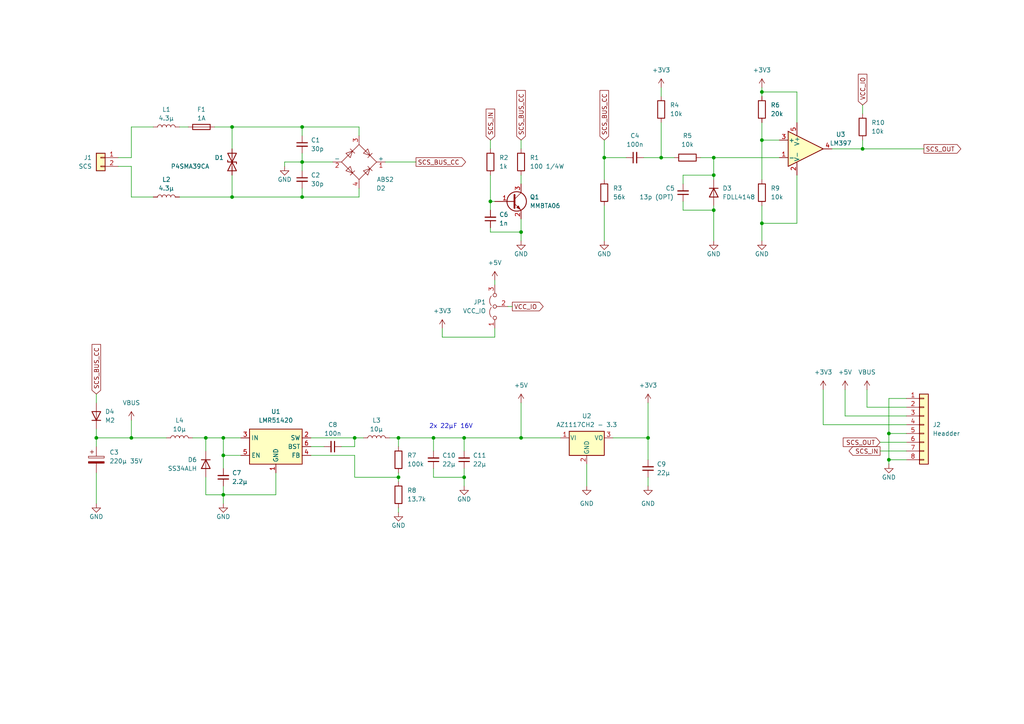
<source format=kicad_sch>
(kicad_sch (version 20230121) (generator eeschema)

  (uuid cdd65be1-84fc-4ecc-b33a-042f5b035d80)

  (paper "A4")

  (lib_symbols
    (symbol "Comparator:LM397" (pin_names (offset 0.127)) (in_bom yes) (on_board yes)
      (property "Reference" "U" (at 1.27 5.08 0)
        (effects (font (size 1.27 1.27)))
      )
      (property "Value" "LM397" (at 3.81 -5.08 0)
        (effects (font (size 1.27 1.27)))
      )
      (property "Footprint" "Package_TO_SOT_SMD:SOT-23-5" (at 1.27 -15.24 0)
        (effects (font (size 1.27 1.27)) hide)
      )
      (property "Datasheet" "http://www.ti.com/lit/ds/symlink/lm397.pdf" (at 0 5.08 0)
        (effects (font (size 1.27 1.27)) hide)
      )
      (property "ki_keywords" "single comparator" (at 0 0 0)
        (effects (font (size 1.27 1.27)) hide)
      )
      (property "ki_description" "Single General-Purpose Voltage Comparator with Open-Collector Output, SOT-23-5" (at 0 0 0)
        (effects (font (size 1.27 1.27)) hide)
      )
      (property "ki_fp_filters" "SOT?23*" (at 0 0 0)
        (effects (font (size 1.27 1.27)) hide)
      )
      (symbol "LM397_0_1"
        (polyline
          (pts
            (xy -5.08 5.08)
            (xy 5.08 0)
            (xy -5.08 -5.08)
            (xy -5.08 5.08)
          )
          (stroke (width 0.254) (type default))
          (fill (type background))
        )
      )
      (symbol "LM397_1_1"
        (pin input line (at -7.62 -2.54 0) (length 2.54)
          (name "-" (effects (font (size 1.27 1.27))))
          (number "1" (effects (font (size 1.27 1.27))))
        )
        (pin power_in line (at -2.54 -7.62 90) (length 3.81)
          (name "V-" (effects (font (size 1.27 1.27))))
          (number "2" (effects (font (size 1.27 1.27))))
        )
        (pin input line (at -7.62 2.54 0) (length 2.54)
          (name "+" (effects (font (size 1.27 1.27))))
          (number "3" (effects (font (size 1.27 1.27))))
        )
        (pin open_collector line (at 7.62 0 180) (length 2.54)
          (name "~" (effects (font (size 1.27 1.27))))
          (number "4" (effects (font (size 1.27 1.27))))
        )
        (pin power_in line (at -2.54 7.62 270) (length 3.81)
          (name "V+" (effects (font (size 1.27 1.27))))
          (number "5" (effects (font (size 1.27 1.27))))
        )
      )
    )
    (symbol "Connector_Generic:Conn_01x02" (pin_names (offset 1.016) hide) (in_bom yes) (on_board yes)
      (property "Reference" "J" (at 0 2.54 0)
        (effects (font (size 1.27 1.27)))
      )
      (property "Value" "Conn_01x02" (at 0 -5.08 0)
        (effects (font (size 1.27 1.27)))
      )
      (property "Footprint" "" (at 0 0 0)
        (effects (font (size 1.27 1.27)) hide)
      )
      (property "Datasheet" "~" (at 0 0 0)
        (effects (font (size 1.27 1.27)) hide)
      )
      (property "ki_keywords" "connector" (at 0 0 0)
        (effects (font (size 1.27 1.27)) hide)
      )
      (property "ki_description" "Generic connector, single row, 01x02, script generated (kicad-library-utils/schlib/autogen/connector/)" (at 0 0 0)
        (effects (font (size 1.27 1.27)) hide)
      )
      (property "ki_fp_filters" "Connector*:*_1x??_*" (at 0 0 0)
        (effects (font (size 1.27 1.27)) hide)
      )
      (symbol "Conn_01x02_1_1"
        (rectangle (start -1.27 -2.413) (end 0 -2.667)
          (stroke (width 0.1524) (type default))
          (fill (type none))
        )
        (rectangle (start -1.27 0.127) (end 0 -0.127)
          (stroke (width 0.1524) (type default))
          (fill (type none))
        )
        (rectangle (start -1.27 1.27) (end 1.27 -3.81)
          (stroke (width 0.254) (type default))
          (fill (type background))
        )
        (pin passive line (at -5.08 0 0) (length 3.81)
          (name "Pin_1" (effects (font (size 1.27 1.27))))
          (number "1" (effects (font (size 1.27 1.27))))
        )
        (pin passive line (at -5.08 -2.54 0) (length 3.81)
          (name "Pin_2" (effects (font (size 1.27 1.27))))
          (number "2" (effects (font (size 1.27 1.27))))
        )
      )
    )
    (symbol "Connector_Generic:Conn_01x08" (pin_names (offset 1.016) hide) (in_bom yes) (on_board yes)
      (property "Reference" "J" (at 0 10.16 0)
        (effects (font (size 1.27 1.27)))
      )
      (property "Value" "Conn_01x08" (at 0 -12.7 0)
        (effects (font (size 1.27 1.27)))
      )
      (property "Footprint" "" (at 0 0 0)
        (effects (font (size 1.27 1.27)) hide)
      )
      (property "Datasheet" "~" (at 0 0 0)
        (effects (font (size 1.27 1.27)) hide)
      )
      (property "ki_keywords" "connector" (at 0 0 0)
        (effects (font (size 1.27 1.27)) hide)
      )
      (property "ki_description" "Generic connector, single row, 01x08, script generated (kicad-library-utils/schlib/autogen/connector/)" (at 0 0 0)
        (effects (font (size 1.27 1.27)) hide)
      )
      (property "ki_fp_filters" "Connector*:*_1x??_*" (at 0 0 0)
        (effects (font (size 1.27 1.27)) hide)
      )
      (symbol "Conn_01x08_1_1"
        (rectangle (start -1.27 -10.033) (end 0 -10.287)
          (stroke (width 0.1524) (type default))
          (fill (type none))
        )
        (rectangle (start -1.27 -7.493) (end 0 -7.747)
          (stroke (width 0.1524) (type default))
          (fill (type none))
        )
        (rectangle (start -1.27 -4.953) (end 0 -5.207)
          (stroke (width 0.1524) (type default))
          (fill (type none))
        )
        (rectangle (start -1.27 -2.413) (end 0 -2.667)
          (stroke (width 0.1524) (type default))
          (fill (type none))
        )
        (rectangle (start -1.27 0.127) (end 0 -0.127)
          (stroke (width 0.1524) (type default))
          (fill (type none))
        )
        (rectangle (start -1.27 2.667) (end 0 2.413)
          (stroke (width 0.1524) (type default))
          (fill (type none))
        )
        (rectangle (start -1.27 5.207) (end 0 4.953)
          (stroke (width 0.1524) (type default))
          (fill (type none))
        )
        (rectangle (start -1.27 7.747) (end 0 7.493)
          (stroke (width 0.1524) (type default))
          (fill (type none))
        )
        (rectangle (start -1.27 8.89) (end 1.27 -11.43)
          (stroke (width 0.254) (type default))
          (fill (type background))
        )
        (pin passive line (at -5.08 7.62 0) (length 3.81)
          (name "Pin_1" (effects (font (size 1.27 1.27))))
          (number "1" (effects (font (size 1.27 1.27))))
        )
        (pin passive line (at -5.08 5.08 0) (length 3.81)
          (name "Pin_2" (effects (font (size 1.27 1.27))))
          (number "2" (effects (font (size 1.27 1.27))))
        )
        (pin passive line (at -5.08 2.54 0) (length 3.81)
          (name "Pin_3" (effects (font (size 1.27 1.27))))
          (number "3" (effects (font (size 1.27 1.27))))
        )
        (pin passive line (at -5.08 0 0) (length 3.81)
          (name "Pin_4" (effects (font (size 1.27 1.27))))
          (number "4" (effects (font (size 1.27 1.27))))
        )
        (pin passive line (at -5.08 -2.54 0) (length 3.81)
          (name "Pin_5" (effects (font (size 1.27 1.27))))
          (number "5" (effects (font (size 1.27 1.27))))
        )
        (pin passive line (at -5.08 -5.08 0) (length 3.81)
          (name "Pin_6" (effects (font (size 1.27 1.27))))
          (number "6" (effects (font (size 1.27 1.27))))
        )
        (pin passive line (at -5.08 -7.62 0) (length 3.81)
          (name "Pin_7" (effects (font (size 1.27 1.27))))
          (number "7" (effects (font (size 1.27 1.27))))
        )
        (pin passive line (at -5.08 -10.16 0) (length 3.81)
          (name "Pin_8" (effects (font (size 1.27 1.27))))
          (number "8" (effects (font (size 1.27 1.27))))
        )
      )
    )
    (symbol "Device:C_Polarized" (pin_numbers hide) (pin_names (offset 0.254)) (in_bom yes) (on_board yes)
      (property "Reference" "C" (at 0.635 2.54 0)
        (effects (font (size 1.27 1.27)) (justify left))
      )
      (property "Value" "C_Polarized" (at 0.635 -2.54 0)
        (effects (font (size 1.27 1.27)) (justify left))
      )
      (property "Footprint" "" (at 0.9652 -3.81 0)
        (effects (font (size 1.27 1.27)) hide)
      )
      (property "Datasheet" "~" (at 0 0 0)
        (effects (font (size 1.27 1.27)) hide)
      )
      (property "ki_keywords" "cap capacitor" (at 0 0 0)
        (effects (font (size 1.27 1.27)) hide)
      )
      (property "ki_description" "Polarized capacitor" (at 0 0 0)
        (effects (font (size 1.27 1.27)) hide)
      )
      (property "ki_fp_filters" "CP_*" (at 0 0 0)
        (effects (font (size 1.27 1.27)) hide)
      )
      (symbol "C_Polarized_0_1"
        (rectangle (start -2.286 0.508) (end 2.286 1.016)
          (stroke (width 0) (type default))
          (fill (type none))
        )
        (polyline
          (pts
            (xy -1.778 2.286)
            (xy -0.762 2.286)
          )
          (stroke (width 0) (type default))
          (fill (type none))
        )
        (polyline
          (pts
            (xy -1.27 2.794)
            (xy -1.27 1.778)
          )
          (stroke (width 0) (type default))
          (fill (type none))
        )
        (rectangle (start 2.286 -0.508) (end -2.286 -1.016)
          (stroke (width 0) (type default))
          (fill (type outline))
        )
      )
      (symbol "C_Polarized_1_1"
        (pin passive line (at 0 3.81 270) (length 2.794)
          (name "~" (effects (font (size 1.27 1.27))))
          (number "1" (effects (font (size 1.27 1.27))))
        )
        (pin passive line (at 0 -3.81 90) (length 2.794)
          (name "~" (effects (font (size 1.27 1.27))))
          (number "2" (effects (font (size 1.27 1.27))))
        )
      )
    )
    (symbol "Device:C_Small" (pin_numbers hide) (pin_names (offset 0.254) hide) (in_bom yes) (on_board yes)
      (property "Reference" "C" (at 0.254 1.778 0)
        (effects (font (size 1.27 1.27)) (justify left))
      )
      (property "Value" "C_Small" (at 0.254 -2.032 0)
        (effects (font (size 1.27 1.27)) (justify left))
      )
      (property "Footprint" "" (at 0 0 0)
        (effects (font (size 1.27 1.27)) hide)
      )
      (property "Datasheet" "~" (at 0 0 0)
        (effects (font (size 1.27 1.27)) hide)
      )
      (property "ki_keywords" "capacitor cap" (at 0 0 0)
        (effects (font (size 1.27 1.27)) hide)
      )
      (property "ki_description" "Unpolarized capacitor, small symbol" (at 0 0 0)
        (effects (font (size 1.27 1.27)) hide)
      )
      (property "ki_fp_filters" "C_*" (at 0 0 0)
        (effects (font (size 1.27 1.27)) hide)
      )
      (symbol "C_Small_0_1"
        (polyline
          (pts
            (xy -1.524 -0.508)
            (xy 1.524 -0.508)
          )
          (stroke (width 0.3302) (type default))
          (fill (type none))
        )
        (polyline
          (pts
            (xy -1.524 0.508)
            (xy 1.524 0.508)
          )
          (stroke (width 0.3048) (type default))
          (fill (type none))
        )
      )
      (symbol "C_Small_1_1"
        (pin passive line (at 0 2.54 270) (length 2.032)
          (name "~" (effects (font (size 1.27 1.27))))
          (number "1" (effects (font (size 1.27 1.27))))
        )
        (pin passive line (at 0 -2.54 90) (length 2.032)
          (name "~" (effects (font (size 1.27 1.27))))
          (number "2" (effects (font (size 1.27 1.27))))
        )
      )
    )
    (symbol "Device:D_TVS" (pin_numbers hide) (pin_names (offset 1.016) hide) (in_bom yes) (on_board yes)
      (property "Reference" "D" (at 0 2.54 0)
        (effects (font (size 1.27 1.27)))
      )
      (property "Value" "D_TVS" (at 0 -2.54 0)
        (effects (font (size 1.27 1.27)))
      )
      (property "Footprint" "" (at 0 0 0)
        (effects (font (size 1.27 1.27)) hide)
      )
      (property "Datasheet" "~" (at 0 0 0)
        (effects (font (size 1.27 1.27)) hide)
      )
      (property "ki_keywords" "diode TVS thyrector" (at 0 0 0)
        (effects (font (size 1.27 1.27)) hide)
      )
      (property "ki_description" "Bidirectional transient-voltage-suppression diode" (at 0 0 0)
        (effects (font (size 1.27 1.27)) hide)
      )
      (property "ki_fp_filters" "TO-???* *_Diode_* *SingleDiode* D_*" (at 0 0 0)
        (effects (font (size 1.27 1.27)) hide)
      )
      (symbol "D_TVS_0_1"
        (polyline
          (pts
            (xy 1.27 0)
            (xy -1.27 0)
          )
          (stroke (width 0) (type default))
          (fill (type none))
        )
        (polyline
          (pts
            (xy 0.508 1.27)
            (xy 0 1.27)
            (xy 0 -1.27)
            (xy -0.508 -1.27)
          )
          (stroke (width 0.254) (type default))
          (fill (type none))
        )
        (polyline
          (pts
            (xy -2.54 1.27)
            (xy -2.54 -1.27)
            (xy 2.54 1.27)
            (xy 2.54 -1.27)
            (xy -2.54 1.27)
          )
          (stroke (width 0.254) (type default))
          (fill (type none))
        )
      )
      (symbol "D_TVS_1_1"
        (pin passive line (at -3.81 0 0) (length 2.54)
          (name "A1" (effects (font (size 1.27 1.27))))
          (number "1" (effects (font (size 1.27 1.27))))
        )
        (pin passive line (at 3.81 0 180) (length 2.54)
          (name "A2" (effects (font (size 1.27 1.27))))
          (number "2" (effects (font (size 1.27 1.27))))
        )
      )
    )
    (symbol "Device:Fuse" (pin_numbers hide) (pin_names (offset 0)) (in_bom yes) (on_board yes)
      (property "Reference" "F" (at 2.032 0 90)
        (effects (font (size 1.27 1.27)))
      )
      (property "Value" "Fuse" (at -1.905 0 90)
        (effects (font (size 1.27 1.27)))
      )
      (property "Footprint" "" (at -1.778 0 90)
        (effects (font (size 1.27 1.27)) hide)
      )
      (property "Datasheet" "~" (at 0 0 0)
        (effects (font (size 1.27 1.27)) hide)
      )
      (property "ki_keywords" "fuse" (at 0 0 0)
        (effects (font (size 1.27 1.27)) hide)
      )
      (property "ki_description" "Fuse" (at 0 0 0)
        (effects (font (size 1.27 1.27)) hide)
      )
      (property "ki_fp_filters" "*Fuse*" (at 0 0 0)
        (effects (font (size 1.27 1.27)) hide)
      )
      (symbol "Fuse_0_1"
        (rectangle (start -0.762 -2.54) (end 0.762 2.54)
          (stroke (width 0.254) (type default))
          (fill (type none))
        )
        (polyline
          (pts
            (xy 0 2.54)
            (xy 0 -2.54)
          )
          (stroke (width 0) (type default))
          (fill (type none))
        )
      )
      (symbol "Fuse_1_1"
        (pin passive line (at 0 3.81 270) (length 1.27)
          (name "~" (effects (font (size 1.27 1.27))))
          (number "1" (effects (font (size 1.27 1.27))))
        )
        (pin passive line (at 0 -3.81 90) (length 1.27)
          (name "~" (effects (font (size 1.27 1.27))))
          (number "2" (effects (font (size 1.27 1.27))))
        )
      )
    )
    (symbol "Device:L" (pin_numbers hide) (pin_names (offset 1.016) hide) (in_bom yes) (on_board yes)
      (property "Reference" "L" (at -1.27 0 90)
        (effects (font (size 1.27 1.27)))
      )
      (property "Value" "L" (at 1.905 0 90)
        (effects (font (size 1.27 1.27)))
      )
      (property "Footprint" "" (at 0 0 0)
        (effects (font (size 1.27 1.27)) hide)
      )
      (property "Datasheet" "~" (at 0 0 0)
        (effects (font (size 1.27 1.27)) hide)
      )
      (property "ki_keywords" "inductor choke coil reactor magnetic" (at 0 0 0)
        (effects (font (size 1.27 1.27)) hide)
      )
      (property "ki_description" "Inductor" (at 0 0 0)
        (effects (font (size 1.27 1.27)) hide)
      )
      (property "ki_fp_filters" "Choke_* *Coil* Inductor_* L_*" (at 0 0 0)
        (effects (font (size 1.27 1.27)) hide)
      )
      (symbol "L_0_1"
        (arc (start 0 -2.54) (mid 0.6323 -1.905) (end 0 -1.27)
          (stroke (width 0) (type default))
          (fill (type none))
        )
        (arc (start 0 -1.27) (mid 0.6323 -0.635) (end 0 0)
          (stroke (width 0) (type default))
          (fill (type none))
        )
        (arc (start 0 0) (mid 0.6323 0.635) (end 0 1.27)
          (stroke (width 0) (type default))
          (fill (type none))
        )
        (arc (start 0 1.27) (mid 0.6323 1.905) (end 0 2.54)
          (stroke (width 0) (type default))
          (fill (type none))
        )
      )
      (symbol "L_1_1"
        (pin passive line (at 0 3.81 270) (length 1.27)
          (name "1" (effects (font (size 1.27 1.27))))
          (number "1" (effects (font (size 1.27 1.27))))
        )
        (pin passive line (at 0 -3.81 90) (length 1.27)
          (name "2" (effects (font (size 1.27 1.27))))
          (number "2" (effects (font (size 1.27 1.27))))
        )
      )
    )
    (symbol "Device:R" (pin_numbers hide) (pin_names (offset 0)) (in_bom yes) (on_board yes)
      (property "Reference" "R" (at 2.032 0 90)
        (effects (font (size 1.27 1.27)))
      )
      (property "Value" "R" (at 0 0 90)
        (effects (font (size 1.27 1.27)))
      )
      (property "Footprint" "" (at -1.778 0 90)
        (effects (font (size 1.27 1.27)) hide)
      )
      (property "Datasheet" "~" (at 0 0 0)
        (effects (font (size 1.27 1.27)) hide)
      )
      (property "ki_keywords" "R res resistor" (at 0 0 0)
        (effects (font (size 1.27 1.27)) hide)
      )
      (property "ki_description" "Resistor" (at 0 0 0)
        (effects (font (size 1.27 1.27)) hide)
      )
      (property "ki_fp_filters" "R_*" (at 0 0 0)
        (effects (font (size 1.27 1.27)) hide)
      )
      (symbol "R_0_1"
        (rectangle (start -1.016 -2.54) (end 1.016 2.54)
          (stroke (width 0.254) (type default))
          (fill (type none))
        )
      )
      (symbol "R_1_1"
        (pin passive line (at 0 3.81 270) (length 1.27)
          (name "~" (effects (font (size 1.27 1.27))))
          (number "1" (effects (font (size 1.27 1.27))))
        )
        (pin passive line (at 0 -3.81 90) (length 1.27)
          (name "~" (effects (font (size 1.27 1.27))))
          (number "2" (effects (font (size 1.27 1.27))))
        )
      )
    )
    (symbol "Diode:1N4001" (pin_numbers hide) (pin_names hide) (in_bom yes) (on_board yes)
      (property "Reference" "D" (at 0 2.54 0)
        (effects (font (size 1.27 1.27)))
      )
      (property "Value" "1N4001" (at 0 -2.54 0)
        (effects (font (size 1.27 1.27)))
      )
      (property "Footprint" "Diode_THT:D_DO-41_SOD81_P10.16mm_Horizontal" (at 0 0 0)
        (effects (font (size 1.27 1.27)) hide)
      )
      (property "Datasheet" "http://www.vishay.com/docs/88503/1n4001.pdf" (at 0 0 0)
        (effects (font (size 1.27 1.27)) hide)
      )
      (property "Sim.Device" "D" (at 0 0 0)
        (effects (font (size 1.27 1.27)) hide)
      )
      (property "Sim.Pins" "1=K 2=A" (at 0 0 0)
        (effects (font (size 1.27 1.27)) hide)
      )
      (property "ki_keywords" "diode" (at 0 0 0)
        (effects (font (size 1.27 1.27)) hide)
      )
      (property "ki_description" "50V 1A General Purpose Rectifier Diode, DO-41" (at 0 0 0)
        (effects (font (size 1.27 1.27)) hide)
      )
      (property "ki_fp_filters" "D*DO?41*" (at 0 0 0)
        (effects (font (size 1.27 1.27)) hide)
      )
      (symbol "1N4001_0_1"
        (polyline
          (pts
            (xy -1.27 1.27)
            (xy -1.27 -1.27)
          )
          (stroke (width 0.254) (type default))
          (fill (type none))
        )
        (polyline
          (pts
            (xy 1.27 0)
            (xy -1.27 0)
          )
          (stroke (width 0) (type default))
          (fill (type none))
        )
        (polyline
          (pts
            (xy 1.27 1.27)
            (xy 1.27 -1.27)
            (xy -1.27 0)
            (xy 1.27 1.27)
          )
          (stroke (width 0.254) (type default))
          (fill (type none))
        )
      )
      (symbol "1N4001_1_1"
        (pin passive line (at -3.81 0 0) (length 2.54)
          (name "K" (effects (font (size 1.27 1.27))))
          (number "1" (effects (font (size 1.27 1.27))))
        )
        (pin passive line (at 3.81 0 180) (length 2.54)
          (name "A" (effects (font (size 1.27 1.27))))
          (number "2" (effects (font (size 1.27 1.27))))
        )
      )
    )
    (symbol "Diode_Bridge:ABS2" (pin_names (offset 0)) (in_bom yes) (on_board yes)
      (property "Reference" "D" (at 2.54 6.985 0)
        (effects (font (size 1.27 1.27)) (justify left))
      )
      (property "Value" "ABS2" (at 2.54 5.08 0)
        (effects (font (size 1.27 1.27)) (justify left))
      )
      (property "Footprint" "Diode_SMD:Diode_Bridge_Diotec_ABS" (at 3.81 3.175 0)
        (effects (font (size 1.27 1.27)) (justify left) hide)
      )
      (property "Datasheet" "https://diotec.com/tl_files/diotec/files/pdf/datasheets/abs2.pdf" (at 0 0 0)
        (effects (font (size 1.27 1.27)) hide)
      )
      (property "ki_keywords" "rectifier acdc" (at 0 0 0)
        (effects (font (size 1.27 1.27)) hide)
      )
      (property "ki_description" "Miniature Glass Passivated Single-Phase Surface Mount Bridge Rectifiers, 140V Vrms, 0.8A If, ABS SMD package" (at 0 0 0)
        (effects (font (size 1.27 1.27)) hide)
      )
      (property "ki_fp_filters" "Diode*Bridge*Diotec*ABS*" (at 0 0 0)
        (effects (font (size 1.27 1.27)) hide)
      )
      (symbol "ABS2_0_1"
        (polyline
          (pts
            (xy -2.54 3.81)
            (xy -1.27 2.54)
          )
          (stroke (width 0) (type default))
          (fill (type none))
        )
        (polyline
          (pts
            (xy -1.27 -2.54)
            (xy -2.54 -3.81)
          )
          (stroke (width 0) (type default))
          (fill (type none))
        )
        (polyline
          (pts
            (xy 2.54 -1.27)
            (xy 3.81 -2.54)
          )
          (stroke (width 0) (type default))
          (fill (type none))
        )
        (polyline
          (pts
            (xy 2.54 1.27)
            (xy 3.81 2.54)
          )
          (stroke (width 0) (type default))
          (fill (type none))
        )
        (polyline
          (pts
            (xy -3.81 2.54)
            (xy -2.54 1.27)
            (xy -1.905 3.175)
            (xy -3.81 2.54)
          )
          (stroke (width 0) (type default))
          (fill (type none))
        )
        (polyline
          (pts
            (xy -2.54 -1.27)
            (xy -3.81 -2.54)
            (xy -1.905 -3.175)
            (xy -2.54 -1.27)
          )
          (stroke (width 0) (type default))
          (fill (type none))
        )
        (polyline
          (pts
            (xy 1.27 2.54)
            (xy 2.54 3.81)
            (xy 3.175 1.905)
            (xy 1.27 2.54)
          )
          (stroke (width 0) (type default))
          (fill (type none))
        )
        (polyline
          (pts
            (xy 3.175 -1.905)
            (xy 1.27 -2.54)
            (xy 2.54 -3.81)
            (xy 3.175 -1.905)
          )
          (stroke (width 0) (type default))
          (fill (type none))
        )
        (polyline
          (pts
            (xy -5.08 0)
            (xy 0 -5.08)
            (xy 5.08 0)
            (xy 0 5.08)
            (xy -5.08 0)
          )
          (stroke (width 0) (type default))
          (fill (type none))
        )
      )
      (symbol "ABS2_1_1"
        (pin passive line (at 7.62 0 180) (length 2.54)
          (name "+" (effects (font (size 1.27 1.27))))
          (number "1" (effects (font (size 1.27 1.27))))
        )
        (pin passive line (at -7.62 0 0) (length 2.54)
          (name "-" (effects (font (size 1.27 1.27))))
          (number "2" (effects (font (size 1.27 1.27))))
        )
        (pin passive line (at 0 -7.62 90) (length 2.54)
          (name "~" (effects (font (size 1.27 1.27))))
          (number "3" (effects (font (size 1.27 1.27))))
        )
        (pin passive line (at 0 7.62 270) (length 2.54)
          (name "~" (effects (font (size 1.27 1.27))))
          (number "4" (effects (font (size 1.27 1.27))))
        )
      )
    )
    (symbol "Jumper:Jumper_3_Open" (pin_names (offset 0) hide) (in_bom yes) (on_board yes)
      (property "Reference" "JP" (at -2.54 -2.54 0)
        (effects (font (size 1.27 1.27)))
      )
      (property "Value" "Jumper_3_Open" (at 0 2.794 0)
        (effects (font (size 1.27 1.27)))
      )
      (property "Footprint" "" (at 0 0 0)
        (effects (font (size 1.27 1.27)) hide)
      )
      (property "Datasheet" "~" (at 0 0 0)
        (effects (font (size 1.27 1.27)) hide)
      )
      (property "ki_keywords" "Jumper SPDT" (at 0 0 0)
        (effects (font (size 1.27 1.27)) hide)
      )
      (property "ki_description" "Jumper, 3-pole, both open" (at 0 0 0)
        (effects (font (size 1.27 1.27)) hide)
      )
      (property "ki_fp_filters" "Jumper* TestPoint*3Pads* TestPoint*Bridge*" (at 0 0 0)
        (effects (font (size 1.27 1.27)) hide)
      )
      (symbol "Jumper_3_Open_0_0"
        (circle (center -3.302 0) (radius 0.508)
          (stroke (width 0) (type default))
          (fill (type none))
        )
        (circle (center 0 0) (radius 0.508)
          (stroke (width 0) (type default))
          (fill (type none))
        )
        (circle (center 3.302 0) (radius 0.508)
          (stroke (width 0) (type default))
          (fill (type none))
        )
      )
      (symbol "Jumper_3_Open_0_1"
        (arc (start -0.254 1.016) (mid -1.651 1.4992) (end -3.048 1.016)
          (stroke (width 0) (type default))
          (fill (type none))
        )
        (polyline
          (pts
            (xy 0 -0.508)
            (xy 0 -1.27)
          )
          (stroke (width 0) (type default))
          (fill (type none))
        )
        (arc (start 3.048 1.016) (mid 1.651 1.4992) (end 0.254 1.016)
          (stroke (width 0) (type default))
          (fill (type none))
        )
      )
      (symbol "Jumper_3_Open_1_1"
        (pin passive line (at -6.35 0 0) (length 2.54)
          (name "A" (effects (font (size 1.27 1.27))))
          (number "1" (effects (font (size 1.27 1.27))))
        )
        (pin passive line (at 0 -3.81 90) (length 2.54)
          (name "C" (effects (font (size 1.27 1.27))))
          (number "2" (effects (font (size 1.27 1.27))))
        )
        (pin passive line (at 6.35 0 180) (length 2.54)
          (name "B" (effects (font (size 1.27 1.27))))
          (number "3" (effects (font (size 1.27 1.27))))
        )
      )
    )
    (symbol "Regulator_Linear:TC1262-33" (pin_names (offset 0.254)) (in_bom yes) (on_board yes)
      (property "Reference" "U" (at -3.81 3.175 0)
        (effects (font (size 1.27 1.27)))
      )
      (property "Value" "TC1262-33" (at 0 3.175 0)
        (effects (font (size 1.27 1.27)) (justify left))
      )
      (property "Footprint" "" (at 0 5.715 0)
        (effects (font (size 1.27 1.27) italic) hide)
      )
      (property "Datasheet" "http://ww1.microchip.com/downloads/en/DeviceDoc/21373C.pdf" (at 0 -7.62 0)
        (effects (font (size 1.27 1.27)) hide)
      )
      (property "ki_keywords" "Voltage Regulator 3.3V 500mA Positive CMOS LDO Microchip" (at 0 0 0)
        (effects (font (size 1.27 1.27)) hide)
      )
      (property "ki_description" "500mA Low Dropout CMOS Voltage Regulator, Fixed Output 3.3V, TO-220/SOT-223/TO-263" (at 0 0 0)
        (effects (font (size 1.27 1.27)) hide)
      )
      (property "ki_fp_filters" "SOT?223* TO?220* TO?263*" (at 0 0 0)
        (effects (font (size 1.27 1.27)) hide)
      )
      (symbol "TC1262-33_1_1"
        (rectangle (start -5.08 1.905) (end 5.08 -5.08)
          (stroke (width 0.254) (type default))
          (fill (type background))
        )
        (pin power_in line (at -7.62 0 0) (length 2.54)
          (name "VI" (effects (font (size 1.27 1.27))))
          (number "1" (effects (font (size 1.27 1.27))))
        )
        (pin power_in line (at 0 -7.62 90) (length 2.54)
          (name "GND" (effects (font (size 1.27 1.27))))
          (number "2" (effects (font (size 1.27 1.27))))
        )
        (pin power_out line (at 7.62 0 180) (length 2.54)
          (name "VO" (effects (font (size 1.27 1.27))))
          (number "3" (effects (font (size 1.27 1.27))))
        )
      )
    )
    (symbol "Regulator_Switching:AP62300TWU" (in_bom yes) (on_board yes)
      (property "Reference" "U" (at -7.62 6.35 0)
        (effects (font (size 1.27 1.27)))
      )
      (property "Value" "AP62300TWU" (at 2.54 6.35 0)
        (effects (font (size 1.27 1.27)))
      )
      (property "Footprint" "Package_TO_SOT_SMD:TSOT-23-6" (at 0 -22.86 0)
        (effects (font (size 1.27 1.27)) hide)
      )
      (property "Datasheet" "https://www.diodes.com/assets/Datasheets/AP62300_AP62301_AP62300T.pdf" (at 0 0 0)
        (effects (font (size 1.27 1.27)) hide)
      )
      (property "ki_keywords" "3A Buck DC/DC" (at 0 0 0)
        (effects (font (size 1.27 1.27)) hide)
      )
      (property "ki_description" "3A, 750kHz Buck DC/DC Converter, PFM for light load efficiency, 4.2V-18V input voltage, 0.763V-7V adjustable output voltage, TSOT-23-6" (at 0 0 0)
        (effects (font (size 1.27 1.27)) hide)
      )
      (property "ki_fp_filters" "TSOT?23*" (at 0 0 0)
        (effects (font (size 1.27 1.27)) hide)
      )
      (symbol "AP62300TWU_0_1"
        (rectangle (start -7.62 5.08) (end 7.62 -5.08)
          (stroke (width 0.254) (type default))
          (fill (type background))
        )
      )
      (symbol "AP62300TWU_1_1"
        (pin power_in line (at 0 -7.62 90) (length 2.54)
          (name "GND" (effects (font (size 1.27 1.27))))
          (number "1" (effects (font (size 1.27 1.27))))
        )
        (pin output line (at 10.16 2.54 180) (length 2.54)
          (name "SW" (effects (font (size 1.27 1.27))))
          (number "2" (effects (font (size 1.27 1.27))))
        )
        (pin power_in line (at -10.16 2.54 0) (length 2.54)
          (name "IN" (effects (font (size 1.27 1.27))))
          (number "3" (effects (font (size 1.27 1.27))))
        )
        (pin input line (at 10.16 -2.54 180) (length 2.54)
          (name "FB" (effects (font (size 1.27 1.27))))
          (number "4" (effects (font (size 1.27 1.27))))
        )
        (pin input line (at -10.16 -2.54 0) (length 2.54)
          (name "EN" (effects (font (size 1.27 1.27))))
          (number "5" (effects (font (size 1.27 1.27))))
        )
        (pin passive line (at 10.16 0 180) (length 2.54)
          (name "BST" (effects (font (size 1.27 1.27))))
          (number "6" (effects (font (size 1.27 1.27))))
        )
      )
    )
    (symbol "Transistor_BJT:2SC4213" (pin_names (offset 0) hide) (in_bom yes) (on_board yes)
      (property "Reference" "Q" (at 5.08 1.905 0)
        (effects (font (size 1.27 1.27)) (justify left))
      )
      (property "Value" "2SC4213" (at 5.08 0 0)
        (effects (font (size 1.27 1.27)) (justify left))
      )
      (property "Footprint" "Package_TO_SOT_SMD:SOT-323_SC-70" (at 5.08 -1.905 0)
        (effects (font (size 1.27 1.27) italic) (justify left) hide)
      )
      (property "Datasheet" "https://toshiba.semicon-storage.com/info/docget.jsp?did=19305&prodName=2SC4213" (at 0 0 0)
        (effects (font (size 1.27 1.27)) (justify left) hide)
      )
      (property "ki_keywords" "NPN Transistor" (at 0 0 0)
        (effects (font (size 1.27 1.27)) hide)
      )
      (property "ki_description" "0.3A Ic, 20V Vce, NPN Transistor, For Muting and Switching, SOT-323" (at 0 0 0)
        (effects (font (size 1.27 1.27)) hide)
      )
      (property "ki_fp_filters" "SOT?323*" (at 0 0 0)
        (effects (font (size 1.27 1.27)) hide)
      )
      (symbol "2SC4213_0_1"
        (polyline
          (pts
            (xy 0.635 0.635)
            (xy 2.54 2.54)
          )
          (stroke (width 0) (type default))
          (fill (type none))
        )
        (polyline
          (pts
            (xy 0.635 -0.635)
            (xy 2.54 -2.54)
            (xy 2.54 -2.54)
          )
          (stroke (width 0) (type default))
          (fill (type none))
        )
        (polyline
          (pts
            (xy 0.635 1.905)
            (xy 0.635 -1.905)
            (xy 0.635 -1.905)
          )
          (stroke (width 0.508) (type default))
          (fill (type none))
        )
        (polyline
          (pts
            (xy 1.27 -1.778)
            (xy 1.778 -1.27)
            (xy 2.286 -2.286)
            (xy 1.27 -1.778)
            (xy 1.27 -1.778)
          )
          (stroke (width 0) (type default))
          (fill (type outline))
        )
        (circle (center 1.27 0) (radius 2.8194)
          (stroke (width 0.254) (type default))
          (fill (type none))
        )
      )
      (symbol "2SC4213_1_1"
        (pin input line (at -5.08 0 0) (length 5.715)
          (name "B" (effects (font (size 1.27 1.27))))
          (number "1" (effects (font (size 1.27 1.27))))
        )
        (pin passive line (at 2.54 -5.08 90) (length 2.54)
          (name "E" (effects (font (size 1.27 1.27))))
          (number "2" (effects (font (size 1.27 1.27))))
        )
        (pin passive line (at 2.54 5.08 270) (length 2.54)
          (name "C" (effects (font (size 1.27 1.27))))
          (number "3" (effects (font (size 1.27 1.27))))
        )
      )
    )
    (symbol "power:+3V3" (power) (pin_names (offset 0)) (in_bom yes) (on_board yes)
      (property "Reference" "#PWR" (at 0 -3.81 0)
        (effects (font (size 1.27 1.27)) hide)
      )
      (property "Value" "+3V3" (at 0 3.556 0)
        (effects (font (size 1.27 1.27)))
      )
      (property "Footprint" "" (at 0 0 0)
        (effects (font (size 1.27 1.27)) hide)
      )
      (property "Datasheet" "" (at 0 0 0)
        (effects (font (size 1.27 1.27)) hide)
      )
      (property "ki_keywords" "global power" (at 0 0 0)
        (effects (font (size 1.27 1.27)) hide)
      )
      (property "ki_description" "Power symbol creates a global label with name \"+3V3\"" (at 0 0 0)
        (effects (font (size 1.27 1.27)) hide)
      )
      (symbol "+3V3_0_1"
        (polyline
          (pts
            (xy -0.762 1.27)
            (xy 0 2.54)
          )
          (stroke (width 0) (type default))
          (fill (type none))
        )
        (polyline
          (pts
            (xy 0 0)
            (xy 0 2.54)
          )
          (stroke (width 0) (type default))
          (fill (type none))
        )
        (polyline
          (pts
            (xy 0 2.54)
            (xy 0.762 1.27)
          )
          (stroke (width 0) (type default))
          (fill (type none))
        )
      )
      (symbol "+3V3_1_1"
        (pin power_in line (at 0 0 90) (length 0) hide
          (name "+3V3" (effects (font (size 1.27 1.27))))
          (number "1" (effects (font (size 1.27 1.27))))
        )
      )
    )
    (symbol "power:+5V" (power) (pin_names (offset 0)) (in_bom yes) (on_board yes)
      (property "Reference" "#PWR" (at 0 -3.81 0)
        (effects (font (size 1.27 1.27)) hide)
      )
      (property "Value" "+5V" (at 0 3.556 0)
        (effects (font (size 1.27 1.27)))
      )
      (property "Footprint" "" (at 0 0 0)
        (effects (font (size 1.27 1.27)) hide)
      )
      (property "Datasheet" "" (at 0 0 0)
        (effects (font (size 1.27 1.27)) hide)
      )
      (property "ki_keywords" "global power" (at 0 0 0)
        (effects (font (size 1.27 1.27)) hide)
      )
      (property "ki_description" "Power symbol creates a global label with name \"+5V\"" (at 0 0 0)
        (effects (font (size 1.27 1.27)) hide)
      )
      (symbol "+5V_0_1"
        (polyline
          (pts
            (xy -0.762 1.27)
            (xy 0 2.54)
          )
          (stroke (width 0) (type default))
          (fill (type none))
        )
        (polyline
          (pts
            (xy 0 0)
            (xy 0 2.54)
          )
          (stroke (width 0) (type default))
          (fill (type none))
        )
        (polyline
          (pts
            (xy 0 2.54)
            (xy 0.762 1.27)
          )
          (stroke (width 0) (type default))
          (fill (type none))
        )
      )
      (symbol "+5V_1_1"
        (pin power_in line (at 0 0 90) (length 0) hide
          (name "+5V" (effects (font (size 1.27 1.27))))
          (number "1" (effects (font (size 1.27 1.27))))
        )
      )
    )
    (symbol "power:GND" (power) (pin_names (offset 0)) (in_bom yes) (on_board yes)
      (property "Reference" "#PWR" (at 0 -6.35 0)
        (effects (font (size 1.27 1.27)) hide)
      )
      (property "Value" "GND" (at 0 -3.81 0)
        (effects (font (size 1.27 1.27)))
      )
      (property "Footprint" "" (at 0 0 0)
        (effects (font (size 1.27 1.27)) hide)
      )
      (property "Datasheet" "" (at 0 0 0)
        (effects (font (size 1.27 1.27)) hide)
      )
      (property "ki_keywords" "global power" (at 0 0 0)
        (effects (font (size 1.27 1.27)) hide)
      )
      (property "ki_description" "Power symbol creates a global label with name \"GND\" , ground" (at 0 0 0)
        (effects (font (size 1.27 1.27)) hide)
      )
      (symbol "GND_0_1"
        (polyline
          (pts
            (xy 0 0)
            (xy 0 -1.27)
            (xy 1.27 -1.27)
            (xy 0 -2.54)
            (xy -1.27 -1.27)
            (xy 0 -1.27)
          )
          (stroke (width 0) (type default))
          (fill (type none))
        )
      )
      (symbol "GND_1_1"
        (pin power_in line (at 0 0 270) (length 0) hide
          (name "GND" (effects (font (size 1.27 1.27))))
          (number "1" (effects (font (size 1.27 1.27))))
        )
      )
    )
    (symbol "power:VBUS" (power) (pin_names (offset 0)) (in_bom yes) (on_board yes)
      (property "Reference" "#PWR" (at 0 -3.81 0)
        (effects (font (size 1.27 1.27)) hide)
      )
      (property "Value" "VBUS" (at 0 3.81 0)
        (effects (font (size 1.27 1.27)))
      )
      (property "Footprint" "" (at 0 0 0)
        (effects (font (size 1.27 1.27)) hide)
      )
      (property "Datasheet" "" (at 0 0 0)
        (effects (font (size 1.27 1.27)) hide)
      )
      (property "ki_keywords" "global power" (at 0 0 0)
        (effects (font (size 1.27 1.27)) hide)
      )
      (property "ki_description" "Power symbol creates a global label with name \"VBUS\"" (at 0 0 0)
        (effects (font (size 1.27 1.27)) hide)
      )
      (symbol "VBUS_0_1"
        (polyline
          (pts
            (xy -0.762 1.27)
            (xy 0 2.54)
          )
          (stroke (width 0) (type default))
          (fill (type none))
        )
        (polyline
          (pts
            (xy 0 0)
            (xy 0 2.54)
          )
          (stroke (width 0) (type default))
          (fill (type none))
        )
        (polyline
          (pts
            (xy 0 2.54)
            (xy 0.762 1.27)
          )
          (stroke (width 0) (type default))
          (fill (type none))
        )
      )
      (symbol "VBUS_1_1"
        (pin power_in line (at 0 0 90) (length 0) hide
          (name "VBUS" (effects (font (size 1.27 1.27))))
          (number "1" (effects (font (size 1.27 1.27))))
        )
      )
    )
  )

  (junction (at 191.77 45.72) (diameter 0) (color 0 0 0 0)
    (uuid 019ea511-0534-4e0f-94fc-84d74cdae36a)
  )
  (junction (at 257.81 133.35) (diameter 0) (color 0 0 0 0)
    (uuid 08af9cfd-7cd1-49ed-a342-5c1b34df5efb)
  )
  (junction (at 187.96 127) (diameter 0) (color 0 0 0 0)
    (uuid 13d6ec44-05c8-4630-a7ae-09038dcb0078)
  )
  (junction (at 175.26 45.72) (diameter 0) (color 0 0 0 0)
    (uuid 2124e665-ce83-47fc-b147-484328d4b3f5)
  )
  (junction (at 125.73 127) (diameter 0) (color 0 0 0 0)
    (uuid 238d8415-6a1e-43fc-a313-644d6b0a1084)
  )
  (junction (at 64.77 132.08) (diameter 0) (color 0 0 0 0)
    (uuid 2da255ab-86ce-4ae8-a80d-fbaf8eacfda7)
  )
  (junction (at 134.62 127) (diameter 0) (color 0 0 0 0)
    (uuid 32021a4b-55fb-4eca-8ab6-f7883f1b61df)
  )
  (junction (at 207.01 50.8) (diameter 0) (color 0 0 0 0)
    (uuid 32750abb-f5c7-4d2e-8d7e-aff74bb98616)
  )
  (junction (at 59.69 127) (diameter 0) (color 0 0 0 0)
    (uuid 38c3816d-9b2a-470c-9b3a-3fee37643678)
  )
  (junction (at 87.63 57.15) (diameter 0) (color 0 0 0 0)
    (uuid 423f2f57-a755-4e7d-a657-985ae8785018)
  )
  (junction (at 142.24 58.42) (diameter 0) (color 0 0 0 0)
    (uuid 514793ec-83e4-4a6a-913e-7643b7cd5c11)
  )
  (junction (at 220.98 64.77) (diameter 0) (color 0 0 0 0)
    (uuid 5b9abd0a-313a-430a-9f55-7c389845b95b)
  )
  (junction (at 67.31 57.15) (diameter 0) (color 0 0 0 0)
    (uuid 61a50e1f-605a-47f1-886e-cd2a7a6a92b9)
  )
  (junction (at 87.63 46.99) (diameter 0) (color 0 0 0 0)
    (uuid 64ed4334-8c14-4faa-bc18-d20fd899020b)
  )
  (junction (at 64.77 127) (diameter 0) (color 0 0 0 0)
    (uuid 6a07a10a-d362-4be2-9172-be917b47cab2)
  )
  (junction (at 151.13 67.31) (diameter 0) (color 0 0 0 0)
    (uuid 6d32752c-8eff-4b32-87f0-4f0f34798dbd)
  )
  (junction (at 27.94 127) (diameter 0) (color 0 0 0 0)
    (uuid 722cfc82-d894-42b6-8ea3-8429b0d07403)
  )
  (junction (at 64.77 143.51) (diameter 0) (color 0 0 0 0)
    (uuid 74d3ffcc-0c41-49cc-b371-c99985696452)
  )
  (junction (at 207.01 45.72) (diameter 0) (color 0 0 0 0)
    (uuid 74e7ab2c-6cdc-43ad-aa36-994755282ac5)
  )
  (junction (at 87.63 36.83) (diameter 0) (color 0 0 0 0)
    (uuid 85182452-6138-4d5c-88b2-110ea8a128ab)
  )
  (junction (at 207.01 60.96) (diameter 0) (color 0 0 0 0)
    (uuid 871be3cb-2205-4304-9ad0-30ad75c3e926)
  )
  (junction (at 134.62 138.43) (diameter 0) (color 0 0 0 0)
    (uuid 8d740d22-ef1c-4601-ba0f-62ebe336060b)
  )
  (junction (at 115.57 127) (diameter 0) (color 0 0 0 0)
    (uuid 904d8d43-e880-4d57-883e-26c128603283)
  )
  (junction (at 257.81 125.73) (diameter 0) (color 0 0 0 0)
    (uuid 924730ff-8af7-472b-bf3f-7a8ffa5608f2)
  )
  (junction (at 250.19 43.18) (diameter 0) (color 0 0 0 0)
    (uuid 9bdaec58-fd77-433f-8c8e-79f4657502ff)
  )
  (junction (at 67.31 36.83) (diameter 0) (color 0 0 0 0)
    (uuid a74b91d2-75c1-48b9-bd7c-bc4c7a1b32aa)
  )
  (junction (at 220.98 26.67) (diameter 0) (color 0 0 0 0)
    (uuid b18c42e6-2078-439f-9e77-a3546820bca3)
  )
  (junction (at 38.1 127) (diameter 0) (color 0 0 0 0)
    (uuid b850f8c9-2fcc-416e-8d42-1948ea26f3f3)
  )
  (junction (at 102.87 127) (diameter 0) (color 0 0 0 0)
    (uuid b8d18921-c180-4a9d-a7e0-745803cd890c)
  )
  (junction (at 220.98 40.64) (diameter 0) (color 0 0 0 0)
    (uuid cc9b87a6-3159-4f63-afca-6b990bb782ee)
  )
  (junction (at 151.13 127) (diameter 0) (color 0 0 0 0)
    (uuid e87c4657-7c56-431d-a85a-5a73e3cf843b)
  )
  (junction (at 115.57 138.43) (diameter 0) (color 0 0 0 0)
    (uuid ea1e02d0-303f-4ea1-9564-76a3bfe926b8)
  )

  (wire (pts (xy 128.27 95.25) (xy 128.27 97.79))
    (stroke (width 0) (type default))
    (uuid 01341ed3-26be-49d9-90aa-27e918941827)
  )
  (wire (pts (xy 198.12 58.42) (xy 198.12 60.96))
    (stroke (width 0) (type default))
    (uuid 02278c23-18e1-4a27-89fd-cb3711bf0361)
  )
  (wire (pts (xy 245.11 113.03) (xy 245.11 120.65))
    (stroke (width 0) (type default))
    (uuid 048eea7f-1c65-47dc-b1c1-44547dde03ec)
  )
  (wire (pts (xy 59.69 138.43) (xy 59.69 143.51))
    (stroke (width 0) (type default))
    (uuid 0550f20c-2b0e-4d59-a110-69a1a5973e92)
  )
  (wire (pts (xy 207.01 45.72) (xy 207.01 50.8))
    (stroke (width 0) (type default))
    (uuid 0697c853-0e62-439b-8490-1d9d66c42746)
  )
  (wire (pts (xy 69.85 127) (xy 64.77 127))
    (stroke (width 0) (type default))
    (uuid 0bd0edea-1ee6-4fa2-bc38-c5a6658e035f)
  )
  (wire (pts (xy 102.87 132.08) (xy 102.87 138.43))
    (stroke (width 0) (type default))
    (uuid 0dee7dd1-d4f1-468a-9ed3-e92c54153d54)
  )
  (wire (pts (xy 220.98 59.69) (xy 220.98 64.77))
    (stroke (width 0) (type default))
    (uuid 0efd5fde-ae78-44fe-97c4-e6eb5dc1640d)
  )
  (wire (pts (xy 62.23 36.83) (xy 67.31 36.83))
    (stroke (width 0) (type default))
    (uuid 0fdda02e-083e-4c9a-8c37-a617b29be3e2)
  )
  (wire (pts (xy 115.57 138.43) (xy 115.57 139.7))
    (stroke (width 0) (type default))
    (uuid 111a5d5e-0fef-4dc3-9374-8c5436addd0e)
  )
  (wire (pts (xy 147.32 88.9) (xy 148.59 88.9))
    (stroke (width 0) (type default))
    (uuid 11c869ae-7b6a-4833-8d0d-c5c15aa8b778)
  )
  (wire (pts (xy 87.63 46.99) (xy 87.63 49.53))
    (stroke (width 0) (type default))
    (uuid 143db918-b3e4-480e-890d-6b4658e1c1e4)
  )
  (wire (pts (xy 102.87 127) (xy 105.41 127))
    (stroke (width 0) (type default))
    (uuid 14fa0151-d34a-4e52-a881-e779d7df3e43)
  )
  (wire (pts (xy 187.96 127) (xy 187.96 133.35))
    (stroke (width 0) (type default))
    (uuid 1d737eb1-9ceb-47a0-9a4d-96ceb1e8ac9a)
  )
  (wire (pts (xy 67.31 50.8) (xy 67.31 57.15))
    (stroke (width 0) (type default))
    (uuid 1df57e4a-b63e-4997-a0a4-6d21affaeda3)
  )
  (wire (pts (xy 220.98 64.77) (xy 220.98 69.85))
    (stroke (width 0) (type default))
    (uuid 200a8e49-aac6-462e-a1cc-4c26cdb3909f)
  )
  (wire (pts (xy 87.63 39.37) (xy 87.63 36.83))
    (stroke (width 0) (type default))
    (uuid 21083c86-7d6a-4e12-8964-dc84f4337cd2)
  )
  (wire (pts (xy 64.77 132.08) (xy 64.77 135.89))
    (stroke (width 0) (type default))
    (uuid 22be64fc-5043-425a-b9ad-605ef5710ff5)
  )
  (wire (pts (xy 82.55 46.99) (xy 82.55 48.26))
    (stroke (width 0) (type default))
    (uuid 26d34048-0a07-4c4a-bbd6-ff0b735130dc)
  )
  (wire (pts (xy 113.03 127) (xy 115.57 127))
    (stroke (width 0) (type default))
    (uuid 26e9161c-a4c8-4b76-a23a-e1f11bbbc965)
  )
  (wire (pts (xy 151.13 63.5) (xy 151.13 67.31))
    (stroke (width 0) (type default))
    (uuid 26f07a9f-c492-4dfe-a01b-7055c8784888)
  )
  (wire (pts (xy 87.63 36.83) (xy 67.31 36.83))
    (stroke (width 0) (type default))
    (uuid 278512e5-4004-4ba1-9bd7-fbcadf73e31b)
  )
  (wire (pts (xy 207.01 45.72) (xy 226.06 45.72))
    (stroke (width 0) (type default))
    (uuid 2b1929b2-8b6c-427d-a342-4a7966306ee3)
  )
  (wire (pts (xy 38.1 127) (xy 48.26 127))
    (stroke (width 0) (type default))
    (uuid 2cb5fc43-f154-4412-a5b5-fd2f35841776)
  )
  (wire (pts (xy 38.1 48.26) (xy 38.1 57.15))
    (stroke (width 0) (type default))
    (uuid 308b9283-70a2-4763-8402-ef9d5299a8b7)
  )
  (wire (pts (xy 207.01 50.8) (xy 207.01 52.07))
    (stroke (width 0) (type default))
    (uuid 311d5f01-eb27-4c19-9b85-5167c2c3b71a)
  )
  (wire (pts (xy 207.01 59.69) (xy 207.01 60.96))
    (stroke (width 0) (type default))
    (uuid 313367ca-c460-4b7f-8c06-69c9c84ce5a4)
  )
  (wire (pts (xy 38.1 127) (xy 38.1 121.92))
    (stroke (width 0) (type default))
    (uuid 39cc76ad-3298-4250-a181-78dcf4d484fb)
  )
  (wire (pts (xy 191.77 25.4) (xy 191.77 27.94))
    (stroke (width 0) (type default))
    (uuid 3a381605-5a09-4e9c-9aa0-824de04141a0)
  )
  (wire (pts (xy 262.89 118.11) (xy 251.46 118.11))
    (stroke (width 0) (type default))
    (uuid 3cfbec70-99d7-44d1-a909-d650d089bf46)
  )
  (wire (pts (xy 67.31 36.83) (xy 67.31 43.18))
    (stroke (width 0) (type default))
    (uuid 3d43c002-5464-4c06-9293-caea1497e7ae)
  )
  (wire (pts (xy 80.01 137.16) (xy 80.01 143.51))
    (stroke (width 0) (type default))
    (uuid 3eb95724-1c82-41d6-b369-edbbf0af4541)
  )
  (wire (pts (xy 251.46 118.11) (xy 251.46 113.03))
    (stroke (width 0) (type default))
    (uuid 407b7311-8048-45ad-bbb7-78d8ef320444)
  )
  (wire (pts (xy 125.73 130.81) (xy 125.73 127))
    (stroke (width 0) (type default))
    (uuid 4781628b-8f3d-46bf-bcc7-7a57c189c75d)
  )
  (wire (pts (xy 82.55 46.99) (xy 87.63 46.99))
    (stroke (width 0) (type default))
    (uuid 49938843-26fa-43d5-9870-c237047c63ec)
  )
  (wire (pts (xy 198.12 53.34) (xy 198.12 50.8))
    (stroke (width 0) (type default))
    (uuid 49dfbb22-fac9-40c0-81dd-997706bc538b)
  )
  (wire (pts (xy 177.8 127) (xy 187.96 127))
    (stroke (width 0) (type default))
    (uuid 4ce2018c-e8af-4506-a475-d84bdf969e65)
  )
  (wire (pts (xy 90.17 132.08) (xy 102.87 132.08))
    (stroke (width 0) (type default))
    (uuid 4e09303d-e016-4063-9b74-a5074c98f019)
  )
  (wire (pts (xy 87.63 36.83) (xy 104.14 36.83))
    (stroke (width 0) (type default))
    (uuid 5368799a-c8f2-45c6-8845-dbddb6122bc3)
  )
  (wire (pts (xy 241.3 43.18) (xy 250.19 43.18))
    (stroke (width 0) (type default))
    (uuid 5dd9a05c-6cb1-475b-a472-54660a94c3b2)
  )
  (wire (pts (xy 27.94 124.46) (xy 27.94 127))
    (stroke (width 0) (type default))
    (uuid 5f46b127-ac47-4486-8b76-3a4a352d7ce2)
  )
  (wire (pts (xy 231.14 35.56) (xy 231.14 26.67))
    (stroke (width 0) (type default))
    (uuid 5fc731fd-2feb-4d8b-b344-9de2e2f92d7f)
  )
  (wire (pts (xy 87.63 57.15) (xy 104.14 57.15))
    (stroke (width 0) (type default))
    (uuid 61dd1f72-1001-4af7-a339-5395982b3e4d)
  )
  (wire (pts (xy 142.24 58.42) (xy 142.24 50.8))
    (stroke (width 0) (type default))
    (uuid 65b88db0-c8e6-45b4-8b9f-b81763bbd5bc)
  )
  (wire (pts (xy 175.26 45.72) (xy 181.61 45.72))
    (stroke (width 0) (type default))
    (uuid 68460631-24b2-4e37-a428-3bacc841a017)
  )
  (wire (pts (xy 257.81 125.73) (xy 257.81 133.35))
    (stroke (width 0) (type default))
    (uuid 6a4b759d-6606-4015-81b2-7e11dda4197c)
  )
  (wire (pts (xy 99.06 129.54) (xy 102.87 129.54))
    (stroke (width 0) (type default))
    (uuid 6c0407e9-bb95-43db-a265-7f3d9f25bb22)
  )
  (wire (pts (xy 220.98 26.67) (xy 220.98 27.94))
    (stroke (width 0) (type default))
    (uuid 6c1f89aa-cb66-4c51-be7b-06680b798d5d)
  )
  (wire (pts (xy 69.85 132.08) (xy 64.77 132.08))
    (stroke (width 0) (type default))
    (uuid 707f4d24-08b9-424f-8629-894661bb9199)
  )
  (wire (pts (xy 27.94 127) (xy 27.94 129.54))
    (stroke (width 0) (type default))
    (uuid 71a1f4af-1ed9-4ddf-a1a9-c8c169a933ca)
  )
  (wire (pts (xy 198.12 50.8) (xy 207.01 50.8))
    (stroke (width 0) (type default))
    (uuid 73bd0a12-83fa-4912-9fcd-d426be0534c9)
  )
  (wire (pts (xy 125.73 135.89) (xy 125.73 138.43))
    (stroke (width 0) (type default))
    (uuid 7636baa1-951e-4e44-b869-7efb7638d3b8)
  )
  (wire (pts (xy 34.29 45.72) (xy 38.1 45.72))
    (stroke (width 0) (type default))
    (uuid 78a2e6a4-3780-4ad3-a647-82e18027e491)
  )
  (wire (pts (xy 255.27 130.81) (xy 262.89 130.81))
    (stroke (width 0) (type default))
    (uuid 79781570-dd94-49a0-b929-a3549d37503d)
  )
  (wire (pts (xy 64.77 127) (xy 64.77 132.08))
    (stroke (width 0) (type default))
    (uuid 7b820a5c-802a-4095-9b3b-6a66e0c557b3)
  )
  (wire (pts (xy 142.24 67.31) (xy 151.13 67.31))
    (stroke (width 0) (type default))
    (uuid 7bf2a51c-f375-4248-805b-de5c4bcfd06a)
  )
  (wire (pts (xy 134.62 138.43) (xy 134.62 140.97))
    (stroke (width 0) (type default))
    (uuid 7f17b964-6bf9-4965-bb1b-4fb6fd4ee831)
  )
  (wire (pts (xy 134.62 135.89) (xy 134.62 138.43))
    (stroke (width 0) (type default))
    (uuid 85f29f6e-1ff9-4817-8625-6ae0d2eea591)
  )
  (wire (pts (xy 238.76 123.19) (xy 262.89 123.19))
    (stroke (width 0) (type default))
    (uuid 889a9a84-63b1-4b6e-9b8b-39941bbb662a)
  )
  (wire (pts (xy 250.19 43.18) (xy 267.97 43.18))
    (stroke (width 0) (type default))
    (uuid 88af23b7-52dd-4ee3-bd9f-69ccb01bec4c)
  )
  (wire (pts (xy 187.96 138.43) (xy 187.96 140.97))
    (stroke (width 0) (type default))
    (uuid 8a561b39-9b66-4edc-9160-38287820a6f7)
  )
  (wire (pts (xy 257.81 125.73) (xy 262.89 125.73))
    (stroke (width 0) (type default))
    (uuid 8a781c44-ba49-4bdb-b476-379ef79bf551)
  )
  (wire (pts (xy 104.14 57.15) (xy 104.14 54.61))
    (stroke (width 0) (type default))
    (uuid 8b55bf20-29b2-48d5-b0dd-57306882bb1f)
  )
  (wire (pts (xy 38.1 57.15) (xy 44.45 57.15))
    (stroke (width 0) (type default))
    (uuid 908de494-7b8d-4142-a933-e6d5834f82ad)
  )
  (wire (pts (xy 142.24 40.64) (xy 142.24 43.18))
    (stroke (width 0) (type default))
    (uuid 90c8d583-2455-4e22-b1a2-9522c3de5aed)
  )
  (wire (pts (xy 220.98 40.64) (xy 226.06 40.64))
    (stroke (width 0) (type default))
    (uuid 91b096ac-5029-439e-80c4-4449aac9ffa0)
  )
  (wire (pts (xy 59.69 127) (xy 64.77 127))
    (stroke (width 0) (type default))
    (uuid 967fe884-ed31-48e0-a31b-f70276a24116)
  )
  (wire (pts (xy 102.87 129.54) (xy 102.87 127))
    (stroke (width 0) (type default))
    (uuid 96ea0642-9924-4161-b8fb-7e642bbe14c4)
  )
  (wire (pts (xy 250.19 30.48) (xy 250.19 33.02))
    (stroke (width 0) (type default))
    (uuid 98031478-cb36-4715-b2f8-eff3ca30e615)
  )
  (wire (pts (xy 134.62 127) (xy 151.13 127))
    (stroke (width 0) (type default))
    (uuid 987786c7-47d0-41e5-bf9f-c66f095b0d0e)
  )
  (wire (pts (xy 104.14 39.37) (xy 104.14 36.83))
    (stroke (width 0) (type default))
    (uuid 996dbc5a-717e-473b-ae5a-303d715581d7)
  )
  (wire (pts (xy 59.69 143.51) (xy 64.77 143.51))
    (stroke (width 0) (type default))
    (uuid 9cedc6aa-5d33-43b2-9c2a-5401704507dd)
  )
  (wire (pts (xy 238.76 113.03) (xy 238.76 123.19))
    (stroke (width 0) (type default))
    (uuid a220bac6-95c9-4f05-bd97-1a6152b85dcb)
  )
  (wire (pts (xy 143.51 97.79) (xy 143.51 95.25))
    (stroke (width 0) (type default))
    (uuid a363ab02-53b3-4101-a948-220aa5eca59f)
  )
  (wire (pts (xy 102.87 138.43) (xy 115.57 138.43))
    (stroke (width 0) (type default))
    (uuid a46848ee-30d2-43ce-81ee-5719c66441fb)
  )
  (wire (pts (xy 55.88 127) (xy 59.69 127))
    (stroke (width 0) (type default))
    (uuid a49aa7dc-8332-4d6a-a9e6-bc2358fd9005)
  )
  (wire (pts (xy 125.73 138.43) (xy 134.62 138.43))
    (stroke (width 0) (type default))
    (uuid a4eb760c-8657-41f4-9dde-0c732b3f1828)
  )
  (wire (pts (xy 90.17 127) (xy 102.87 127))
    (stroke (width 0) (type default))
    (uuid a5e32601-cbd2-4fc0-b7e4-0be4cf2a4080)
  )
  (wire (pts (xy 151.13 67.31) (xy 151.13 69.85))
    (stroke (width 0) (type default))
    (uuid a8600c0c-c58b-458c-8759-47d751d8a5da)
  )
  (wire (pts (xy 203.2 45.72) (xy 207.01 45.72))
    (stroke (width 0) (type default))
    (uuid a969a25d-dddf-4e14-a0ac-3cadbb146bfb)
  )
  (wire (pts (xy 64.77 143.51) (xy 64.77 146.05))
    (stroke (width 0) (type default))
    (uuid a9acca60-8009-4961-9984-173572dba5e1)
  )
  (wire (pts (xy 257.81 115.57) (xy 257.81 125.73))
    (stroke (width 0) (type default))
    (uuid ab387d83-0dc8-45b0-a8f7-d4f87d1d6a3f)
  )
  (wire (pts (xy 115.57 137.16) (xy 115.57 138.43))
    (stroke (width 0) (type default))
    (uuid ab4c6383-c0e7-47be-a016-01718db46dd1)
  )
  (wire (pts (xy 191.77 35.56) (xy 191.77 45.72))
    (stroke (width 0) (type default))
    (uuid ad511910-55e5-4cfa-9732-7f7e774e7d7f)
  )
  (wire (pts (xy 257.81 133.35) (xy 262.89 133.35))
    (stroke (width 0) (type default))
    (uuid ae434ca6-cf94-4f2b-91f1-04e777034a8e)
  )
  (wire (pts (xy 27.94 114.3) (xy 27.94 116.84))
    (stroke (width 0) (type default))
    (uuid af8447d7-0342-4f9e-8bff-795c9d3adfce)
  )
  (wire (pts (xy 191.77 45.72) (xy 195.58 45.72))
    (stroke (width 0) (type default))
    (uuid afc7795e-6469-485f-add6-a69552ebac5a)
  )
  (wire (pts (xy 151.13 40.64) (xy 151.13 43.18))
    (stroke (width 0) (type default))
    (uuid b04e12f9-c1aa-4372-9220-813bf0614d78)
  )
  (wire (pts (xy 111.76 46.99) (xy 120.65 46.99))
    (stroke (width 0) (type default))
    (uuid b1eae0b4-e43a-435a-b42c-1ba1ef44c138)
  )
  (wire (pts (xy 38.1 45.72) (xy 38.1 36.83))
    (stroke (width 0) (type default))
    (uuid b697cf94-7d82-4bfc-9320-bc7c773bd862)
  )
  (wire (pts (xy 115.57 147.32) (xy 115.57 148.59))
    (stroke (width 0) (type default))
    (uuid b6bfea57-4fdd-443e-81a8-e1c73f57add8)
  )
  (wire (pts (xy 186.69 45.72) (xy 191.77 45.72))
    (stroke (width 0) (type default))
    (uuid b8dd8544-5114-489b-9c11-e544b4d8af08)
  )
  (wire (pts (xy 59.69 127) (xy 59.69 130.81))
    (stroke (width 0) (type default))
    (uuid b938adc3-79fc-4912-afc9-88193162d54d)
  )
  (wire (pts (xy 220.98 35.56) (xy 220.98 40.64))
    (stroke (width 0) (type default))
    (uuid baa02d6a-870c-434f-bcd1-1b90661c0d25)
  )
  (wire (pts (xy 151.13 50.8) (xy 151.13 53.34))
    (stroke (width 0) (type default))
    (uuid bbd39791-196d-4544-ae42-a924522c1d98)
  )
  (wire (pts (xy 175.26 40.64) (xy 175.26 45.72))
    (stroke (width 0) (type default))
    (uuid be3b9d47-7a38-4d07-9c23-a98b140e54da)
  )
  (wire (pts (xy 187.96 116.84) (xy 187.96 127))
    (stroke (width 0) (type default))
    (uuid bf94eae9-3d78-431b-adc1-0bd64a5ecfdb)
  )
  (wire (pts (xy 134.62 127) (xy 125.73 127))
    (stroke (width 0) (type default))
    (uuid c07f57d2-5a2c-4a2b-ab71-cb6b90ab1902)
  )
  (wire (pts (xy 27.94 137.16) (xy 27.94 146.05))
    (stroke (width 0) (type default))
    (uuid c10fa592-bb52-41a5-821a-4d048ef9ee73)
  )
  (wire (pts (xy 143.51 58.42) (xy 142.24 58.42))
    (stroke (width 0) (type default))
    (uuid c1d9014c-e541-4fe0-be22-cdc6255d0711)
  )
  (wire (pts (xy 175.26 45.72) (xy 175.26 52.07))
    (stroke (width 0) (type default))
    (uuid c3909dde-aa14-4138-9d7f-bca9640193de)
  )
  (wire (pts (xy 231.14 26.67) (xy 220.98 26.67))
    (stroke (width 0) (type default))
    (uuid c3fa2a53-320d-4a1d-9103-3520b2233841)
  )
  (wire (pts (xy 250.19 40.64) (xy 250.19 43.18))
    (stroke (width 0) (type default))
    (uuid c4402ac9-871b-4ad9-99a4-343c5f053abc)
  )
  (wire (pts (xy 231.14 64.77) (xy 220.98 64.77))
    (stroke (width 0) (type default))
    (uuid c64a14e7-bc25-4bf9-9eed-56d15ee85a51)
  )
  (wire (pts (xy 142.24 66.04) (xy 142.24 67.31))
    (stroke (width 0) (type default))
    (uuid c749ff90-1b6d-475b-aa30-2456b2433600)
  )
  (wire (pts (xy 38.1 36.83) (xy 44.45 36.83))
    (stroke (width 0) (type default))
    (uuid ca50f549-864c-4a58-bed7-e2d1f7bf0108)
  )
  (wire (pts (xy 262.89 115.57) (xy 257.81 115.57))
    (stroke (width 0) (type default))
    (uuid caf2a7c3-3799-4811-9fdf-aee84ee79acd)
  )
  (wire (pts (xy 64.77 143.51) (xy 80.01 143.51))
    (stroke (width 0) (type default))
    (uuid d3cf94ec-d112-4363-9195-328de338202d)
  )
  (wire (pts (xy 175.26 59.69) (xy 175.26 69.85))
    (stroke (width 0) (type default))
    (uuid d4e18420-7d28-4e1c-8137-ded586a3150a)
  )
  (wire (pts (xy 134.62 130.81) (xy 134.62 127))
    (stroke (width 0) (type default))
    (uuid d7731bb0-593c-4f90-bedf-3c0bdc646fa1)
  )
  (wire (pts (xy 257.81 133.35) (xy 257.81 134.62))
    (stroke (width 0) (type default))
    (uuid d793dd10-6b21-4b0d-af39-474f75129e30)
  )
  (wire (pts (xy 128.27 97.79) (xy 143.51 97.79))
    (stroke (width 0) (type default))
    (uuid d7dfb27b-c711-4401-9f5e-6461338b8d0b)
  )
  (wire (pts (xy 87.63 57.15) (xy 67.31 57.15))
    (stroke (width 0) (type default))
    (uuid d80df165-dc7b-4103-bd33-443e29df75a7)
  )
  (wire (pts (xy 64.77 140.97) (xy 64.77 143.51))
    (stroke (width 0) (type default))
    (uuid d8d24631-0a76-4059-914f-30f592752f3a)
  )
  (wire (pts (xy 125.73 127) (xy 115.57 127))
    (stroke (width 0) (type default))
    (uuid d8f673db-baab-46b5-90c0-d5485cf42ef3)
  )
  (wire (pts (xy 115.57 127) (xy 115.57 129.54))
    (stroke (width 0) (type default))
    (uuid d930a7a5-41ff-49c4-be59-505059e245ab)
  )
  (wire (pts (xy 34.29 48.26) (xy 38.1 48.26))
    (stroke (width 0) (type default))
    (uuid db64a9f8-7457-467e-a367-54f1bc53c59a)
  )
  (wire (pts (xy 27.94 127) (xy 38.1 127))
    (stroke (width 0) (type default))
    (uuid dce3ded9-5ed0-438e-ad52-1dc17b0a5a82)
  )
  (wire (pts (xy 90.17 129.54) (xy 93.98 129.54))
    (stroke (width 0) (type default))
    (uuid dd71d85d-9617-45df-be9d-b47bae92d78b)
  )
  (wire (pts (xy 87.63 54.61) (xy 87.63 57.15))
    (stroke (width 0) (type default))
    (uuid dd96da63-faf3-4972-9232-599f5924f4fc)
  )
  (wire (pts (xy 231.14 50.8) (xy 231.14 64.77))
    (stroke (width 0) (type default))
    (uuid de9edd2f-2d4b-47a7-8cab-7949574005ce)
  )
  (wire (pts (xy 87.63 46.99) (xy 96.52 46.99))
    (stroke (width 0) (type default))
    (uuid e55562b9-bb4a-44b1-9b33-230b06a6868b)
  )
  (wire (pts (xy 151.13 127) (xy 162.56 127))
    (stroke (width 0) (type default))
    (uuid e56c9670-94e4-4e06-9f99-e2bc41f1a22d)
  )
  (wire (pts (xy 151.13 116.84) (xy 151.13 127))
    (stroke (width 0) (type default))
    (uuid e78349c9-0b77-4e7b-b4e0-9cfe1884f4ed)
  )
  (wire (pts (xy 207.01 60.96) (xy 207.01 69.85))
    (stroke (width 0) (type default))
    (uuid e96aefa6-2d5d-42e1-a0c0-899cf21ccd02)
  )
  (wire (pts (xy 52.07 36.83) (xy 54.61 36.83))
    (stroke (width 0) (type default))
    (uuid ec4e599a-94ce-404c-bd1a-327dd9c5afd7)
  )
  (wire (pts (xy 143.51 81.28) (xy 143.51 82.55))
    (stroke (width 0) (type default))
    (uuid ef5e9b78-3c68-4e07-aaf6-579e0032dc0f)
  )
  (wire (pts (xy 142.24 58.42) (xy 142.24 60.96))
    (stroke (width 0) (type default))
    (uuid ef682ef0-9cbe-49ab-846d-e15f255b1b37)
  )
  (wire (pts (xy 198.12 60.96) (xy 207.01 60.96))
    (stroke (width 0) (type default))
    (uuid f1942f61-8ec0-4f81-9916-30a60396c151)
  )
  (wire (pts (xy 245.11 120.65) (xy 262.89 120.65))
    (stroke (width 0) (type default))
    (uuid f447567c-f333-4964-951c-3c14b18f2707)
  )
  (wire (pts (xy 220.98 40.64) (xy 220.98 52.07))
    (stroke (width 0) (type default))
    (uuid f81a608d-31dc-4538-a851-c316d2403fcf)
  )
  (wire (pts (xy 67.31 57.15) (xy 52.07 57.15))
    (stroke (width 0) (type default))
    (uuid fcae55ee-007d-4d7a-8689-cd0277c4671f)
  )
  (wire (pts (xy 87.63 44.45) (xy 87.63 46.99))
    (stroke (width 0) (type default))
    (uuid fd48fd11-d9ed-48d3-b1bb-8081d7c83a59)
  )
  (wire (pts (xy 170.18 134.62) (xy 170.18 140.97))
    (stroke (width 0) (type default))
    (uuid fdeafb53-d403-4fa8-b242-13cd9516df3f)
  )
  (wire (pts (xy 220.98 25.4) (xy 220.98 26.67))
    (stroke (width 0) (type default))
    (uuid fe453e34-730b-44ec-96aa-f7e4c7945bf6)
  )
  (wire (pts (xy 255.27 128.27) (xy 262.89 128.27))
    (stroke (width 0) (type default))
    (uuid ff0a9a31-cfca-4045-bed5-4e52702018ae)
  )

  (text "2x 22µF 16V" (at 124.46 124.46 0)
    (effects (font (size 1.27 1.27)) (justify left bottom))
    (uuid 9bad1f26-6d20-455c-8469-bbbb4cf6fe16)
  )

  (global_label "SCS_OUT" (shape input) (at 255.27 128.27 180) (fields_autoplaced)
    (effects (font (size 1.27 1.27)) (justify right))
    (uuid 3c4b0f87-8bb4-4f30-a76c-af410038b4f3)
    (property "Intersheetrefs" "${INTERSHEET_REFS}" (at 243.9996 128.27 0)
      (effects (font (size 1.27 1.27)) (justify right) hide)
    )
  )
  (global_label "SCS_IN" (shape input) (at 142.24 40.64 90) (fields_autoplaced)
    (effects (font (size 1.27 1.27)) (justify left))
    (uuid 816a38e7-0337-4e17-b7b4-60ae1f37a671)
    (property "Intersheetrefs" "${INTERSHEET_REFS}" (at 142.24 31.0629 90)
      (effects (font (size 1.27 1.27)) (justify left) hide)
    )
  )
  (global_label "SCS_BUS_CC" (shape output) (at 120.65 46.99 0) (fields_autoplaced)
    (effects (font (size 1.27 1.27)) (justify left))
    (uuid 84bb52e7-a03f-44d3-bcd4-8b4474cbb61d)
    (property "Intersheetrefs" "${INTERSHEET_REFS}" (at 135.6094 46.99 0)
      (effects (font (size 1.27 1.27)) (justify left) hide)
    )
  )
  (global_label "SCS_IN" (shape output) (at 255.27 130.81 180) (fields_autoplaced)
    (effects (font (size 1.27 1.27)) (justify right))
    (uuid 89c2d444-6844-45af-a814-a5fc6d46b4b2)
    (property "Intersheetrefs" "${INTERSHEET_REFS}" (at 245.6929 130.81 0)
      (effects (font (size 1.27 1.27)) (justify right) hide)
    )
  )
  (global_label "SCS_BUS_CC" (shape input) (at 27.94 114.3 90) (fields_autoplaced)
    (effects (font (size 1.27 1.27)) (justify left))
    (uuid 919f6110-001b-4f1b-9d4f-fd2a394b9f47)
    (property "Intersheetrefs" "${INTERSHEET_REFS}" (at 27.94 99.3406 90)
      (effects (font (size 1.27 1.27)) (justify left) hide)
    )
  )
  (global_label "SCS_BUS_CC" (shape input) (at 175.26 40.64 90) (fields_autoplaced)
    (effects (font (size 1.27 1.27)) (justify left))
    (uuid 9a0b189e-36e4-4a08-a6ff-def0ec65cfeb)
    (property "Intersheetrefs" "${INTERSHEET_REFS}" (at 175.26 25.6806 90)
      (effects (font (size 1.27 1.27)) (justify left) hide)
    )
  )
  (global_label "SCS_BUS_CC" (shape input) (at 151.13 40.64 90) (fields_autoplaced)
    (effects (font (size 1.27 1.27)) (justify left))
    (uuid 9ba14dc0-874f-4fc5-905a-d7a20951bd09)
    (property "Intersheetrefs" "${INTERSHEET_REFS}" (at 151.13 25.6806 90)
      (effects (font (size 1.27 1.27)) (justify left) hide)
    )
  )
  (global_label "SCS_OUT" (shape output) (at 267.97 43.18 0) (fields_autoplaced)
    (effects (font (size 1.27 1.27)) (justify left))
    (uuid a37b88c5-d1e6-4ff7-a486-ae11b77150b7)
    (property "Intersheetrefs" "${INTERSHEET_REFS}" (at 279.2404 43.18 0)
      (effects (font (size 1.27 1.27)) (justify left) hide)
    )
  )
  (global_label "VCC_IO" (shape input) (at 250.19 30.48 90) (fields_autoplaced)
    (effects (font (size 1.27 1.27)) (justify left))
    (uuid cc608f1a-f4d4-47d6-a20a-bc3b6a3fda7a)
    (property "Intersheetrefs" "${INTERSHEET_REFS}" (at 250.19 20.9633 90)
      (effects (font (size 1.27 1.27)) (justify left) hide)
    )
  )
  (global_label "VCC_IO" (shape output) (at 148.59 88.9 0) (fields_autoplaced)
    (effects (font (size 1.27 1.27)) (justify left))
    (uuid fc26da61-0c6b-4321-a15a-77f0bf3a9792)
    (property "Intersheetrefs" "${INTERSHEET_REFS}" (at 158.1067 88.9 0)
      (effects (font (size 1.27 1.27)) (justify left) hide)
    )
  )

  (symbol (lib_id "power:+3V3") (at 220.98 25.4 0) (unit 1)
    (in_bom yes) (on_board yes) (dnp no) (fields_autoplaced)
    (uuid 0016b065-3ba0-442f-a08a-c9a68ac0c261)
    (property "Reference" "#PWR07" (at 220.98 29.21 0)
      (effects (font (size 1.27 1.27)) hide)
    )
    (property "Value" "+3V3" (at 220.98 20.32 0)
      (effects (font (size 1.27 1.27)))
    )
    (property "Footprint" "" (at 220.98 25.4 0)
      (effects (font (size 1.27 1.27)) hide)
    )
    (property "Datasheet" "" (at 220.98 25.4 0)
      (effects (font (size 1.27 1.27)) hide)
    )
    (pin "1" (uuid c7bf439e-1ff2-42ca-a5ee-24e2e8d4de46))
    (instances
      (project "SCS_Interface"
        (path "/cdd65be1-84fc-4ecc-b33a-042f5b035d80"
          (reference "#PWR07") (unit 1)
        )
      )
      (project "SCS_Interface_Lte"
        (path "/cdd65be1-84fc-4ecc-b33a-042f5b035d81"
          (reference "#PWR04") (unit 1)
        )
      )
    )
  )

  (symbol (lib_id "Connector_Generic:Conn_01x02") (at 29.21 45.72 0) (mirror y) (unit 1)
    (in_bom yes) (on_board yes) (dnp no)
    (uuid 02ed35e5-a3fc-433a-9d83-f9b86be20f9f)
    (property "Reference" "J1" (at 26.67 45.72 0)
      (effects (font (size 1.27 1.27)) (justify left))
    )
    (property "Value" "SCS" (at 26.67 48.26 0)
      (effects (font (size 1.27 1.27)) (justify left))
    )
    (property "Footprint" "TerminalBlock_Phoenix:TerminalBlock_Phoenix_MKDS-1,5-2_1x02_P5.00mm_Horizontal_PNP" (at 29.21 45.72 0)
      (effects (font (size 1.27 1.27)) hide)
    )
    (property "Datasheet" "~" (at 29.21 45.72 0)
      (effects (font (size 1.27 1.27)) hide)
    )
    (property "Ref constructeurs" "1933189 & 1805517" (at 29.21 45.72 0)
      (effects (font (size 1.27 1.27)) hide)
    )
    (property "Prix" "0.726" (at 29.21 45.72 0)
      (effects (font (size 1.27 1.27)) hide)
    )
    (pin "1" (uuid 0a95c285-bee0-40b5-96d6-c6c365be8b6f))
    (pin "2" (uuid 201f87f3-14c4-46a1-bec5-0a4fd84a753d))
    (instances
      (project "SCS_Interface"
        (path "/cdd65be1-84fc-4ecc-b33a-042f5b035d80"
          (reference "J1") (unit 1)
        )
      )
    )
  )

  (symbol (lib_id "Device:C_Small") (at 134.62 133.35 180) (unit 1)
    (in_bom yes) (on_board yes) (dnp no) (fields_autoplaced)
    (uuid 05253f0a-d18f-4d71-9a14-782391c018ae)
    (property "Reference" "C11" (at 137.16 132.0736 0)
      (effects (font (size 1.27 1.27)) (justify right))
    )
    (property "Value" "22µ" (at 137.16 134.6136 0)
      (effects (font (size 1.27 1.27)) (justify right))
    )
    (property "Footprint" "Capacitor_SMD:C_0805_2012Metric" (at 134.62 133.35 0)
      (effects (font (size 1.27 1.27)) hide)
    )
    (property "Datasheet" "~" (at 134.62 133.35 0)
      (effects (font (size 1.27 1.27)) hide)
    )
    (property "Ref constructeurs" "GRM21BC81C226ME44L" (at 134.62 133.35 0)
      (effects (font (size 1.27 1.27)) hide)
    )
    (property "Prix" "0.27" (at 134.62 133.35 0)
      (effects (font (size 1.27 1.27)) hide)
    )
    (pin "1" (uuid e6f263a9-3687-4077-9dfa-3aa534651ca9))
    (pin "2" (uuid b79cf364-44d4-4e22-8caf-25d0b0119f5a))
    (instances
      (project "SCS_Interface"
        (path "/cdd65be1-84fc-4ecc-b33a-042f5b035d80"
          (reference "C11") (unit 1)
        )
      )
    )
  )

  (symbol (lib_id "Device:D_TVS") (at 67.31 46.99 90) (unit 1)
    (in_bom yes) (on_board yes) (dnp no)
    (uuid 062bbf79-c592-4e7e-8be9-99b18dad5947)
    (property "Reference" "D1" (at 62.23 45.72 90)
      (effects (font (size 1.27 1.27)) (justify right))
    )
    (property "Value" "P4SMA39CA" (at 49.53 48.26 90)
      (effects (font (size 1.27 1.27)) (justify right))
    )
    (property "Footprint" "Diode_SMD:D_SMA" (at 67.31 46.99 0)
      (effects (font (size 1.27 1.27)) hide)
    )
    (property "Datasheet" "~" (at 67.31 46.99 0)
      (effects (font (size 1.27 1.27)) hide)
    )
    (property "Ref constructeurs" "TPSMC33A" (at 67.31 46.99 0)
      (effects (font (size 1.27 1.27)) hide)
    )
    (property "Prix" "0.744" (at 67.31 46.99 0)
      (effects (font (size 1.27 1.27)) hide)
    )
    (pin "1" (uuid 6e801a4e-c6f1-497e-81a6-3c6ac0cb10b2))
    (pin "2" (uuid d5b42475-4740-4ef5-a6fa-d22769487168))
    (instances
      (project "SCS_Interface"
        (path "/cdd65be1-84fc-4ecc-b33a-042f5b035d80"
          (reference "D1") (unit 1)
        )
      )
      (project "SCS_Interface_Lte"
        (path "/cdd65be1-84fc-4ecc-b33a-042f5b035d81"
          (reference "D1") (unit 1)
        )
      )
    )
  )

  (symbol (lib_id "Device:R") (at 220.98 55.88 180) (unit 1)
    (in_bom yes) (on_board yes) (dnp no) (fields_autoplaced)
    (uuid 0baca3cf-024d-439a-b2e1-e84e405fa7eb)
    (property "Reference" "R9" (at 223.52 54.61 0)
      (effects (font (size 1.27 1.27)) (justify right))
    )
    (property "Value" "10k" (at 223.52 57.15 0)
      (effects (font (size 1.27 1.27)) (justify right))
    )
    (property "Footprint" "Resistor_SMD:R_0805_2012Metric" (at 222.758 55.88 90)
      (effects (font (size 1.27 1.27)) hide)
    )
    (property "Datasheet" "~" (at 220.98 55.88 0)
      (effects (font (size 1.27 1.27)) hide)
    )
    (property "Ref constructeurs" "CR0805-FX-1002ELF" (at 220.98 55.88 0)
      (effects (font (size 1.27 1.27)) hide)
    )
    (property "Prix" "0.093" (at 220.98 55.88 0)
      (effects (font (size 1.27 1.27)) hide)
    )
    (pin "1" (uuid 4939b424-760d-4b44-866b-6ff616951e69))
    (pin "2" (uuid 3c04c11c-da8b-4911-b04d-f11f3f4ab08f))
    (instances
      (project "SCS_Interface"
        (path "/cdd65be1-84fc-4ecc-b33a-042f5b035d80"
          (reference "R9") (unit 1)
        )
      )
      (project "SCS_Interface_Lte"
        (path "/cdd65be1-84fc-4ecc-b33a-042f5b035d81"
          (reference "R8") (unit 1)
        )
      )
    )
  )

  (symbol (lib_id "power:VBUS") (at 251.46 113.03 0) (unit 1)
    (in_bom yes) (on_board yes) (dnp no) (fields_autoplaced)
    (uuid 0d33c253-c9c6-42d7-ac41-8bb9c1e9393a)
    (property "Reference" "#PWR022" (at 251.46 116.84 0)
      (effects (font (size 1.27 1.27)) hide)
    )
    (property "Value" "VBUS" (at 251.46 107.95 0)
      (effects (font (size 1.27 1.27)))
    )
    (property "Footprint" "" (at 251.46 113.03 0)
      (effects (font (size 1.27 1.27)) hide)
    )
    (property "Datasheet" "" (at 251.46 113.03 0)
      (effects (font (size 1.27 1.27)) hide)
    )
    (pin "1" (uuid 73af375d-7e2e-486e-8b5e-141c6d67fc47))
    (instances
      (project "SCS_Interface"
        (path "/cdd65be1-84fc-4ecc-b33a-042f5b035d80"
          (reference "#PWR022") (unit 1)
        )
      )
    )
  )

  (symbol (lib_id "Device:C_Small") (at 125.73 133.35 180) (unit 1)
    (in_bom yes) (on_board yes) (dnp no) (fields_autoplaced)
    (uuid 0de92c8b-ab98-468d-9599-c1e915f5e56a)
    (property "Reference" "C10" (at 128.27 132.0736 0)
      (effects (font (size 1.27 1.27)) (justify right))
    )
    (property "Value" "22µ" (at 128.27 134.6136 0)
      (effects (font (size 1.27 1.27)) (justify right))
    )
    (property "Footprint" "Capacitor_SMD:C_0805_2012Metric" (at 125.73 133.35 0)
      (effects (font (size 1.27 1.27)) hide)
    )
    (property "Datasheet" "~" (at 125.73 133.35 0)
      (effects (font (size 1.27 1.27)) hide)
    )
    (property "Ref constructeurs" "GRM21BC81C226ME44L" (at 125.73 133.35 0)
      (effects (font (size 1.27 1.27)) hide)
    )
    (property "Prix" "0.27" (at 125.73 133.35 0)
      (effects (font (size 1.27 1.27)) hide)
    )
    (pin "1" (uuid bb6d9af0-86fa-4ca0-838e-2247f012d23c))
    (pin "2" (uuid 68e345eb-3fe9-4909-b1b9-e0de158fb701))
    (instances
      (project "SCS_Interface"
        (path "/cdd65be1-84fc-4ecc-b33a-042f5b035d80"
          (reference "C10") (unit 1)
        )
      )
    )
  )

  (symbol (lib_id "power:GND") (at 151.13 69.85 0) (unit 1)
    (in_bom yes) (on_board yes) (dnp no)
    (uuid 0e856016-39d6-4fa7-a48d-4b72649524ee)
    (property "Reference" "#PWR05" (at 151.13 76.2 0)
      (effects (font (size 1.27 1.27)) hide)
    )
    (property "Value" "GND" (at 151.13 73.66 0)
      (effects (font (size 1.27 1.27)))
    )
    (property "Footprint" "" (at 151.13 69.85 0)
      (effects (font (size 1.27 1.27)) hide)
    )
    (property "Datasheet" "" (at 151.13 69.85 0)
      (effects (font (size 1.27 1.27)) hide)
    )
    (pin "1" (uuid 32fc8b59-1c8a-4b31-b4b8-db3ac3a431da))
    (instances
      (project "SCS_Interface"
        (path "/cdd65be1-84fc-4ecc-b33a-042f5b035d80"
          (reference "#PWR05") (unit 1)
        )
      )
    )
  )

  (symbol (lib_id "Device:R") (at 191.77 31.75 180) (unit 1)
    (in_bom yes) (on_board yes) (dnp no) (fields_autoplaced)
    (uuid 113b6426-a5a2-44b2-aec7-9c6128965cf8)
    (property "Reference" "R4" (at 194.31 30.48 0)
      (effects (font (size 1.27 1.27)) (justify right))
    )
    (property "Value" "10k" (at 194.31 33.02 0)
      (effects (font (size 1.27 1.27)) (justify right))
    )
    (property "Footprint" "Resistor_SMD:R_0805_2012Metric" (at 193.548 31.75 90)
      (effects (font (size 1.27 1.27)) hide)
    )
    (property "Datasheet" "~" (at 191.77 31.75 0)
      (effects (font (size 1.27 1.27)) hide)
    )
    (property "Ref constructeurs" "CR0805-FX-1002ELF" (at 191.77 31.75 0)
      (effects (font (size 1.27 1.27)) hide)
    )
    (property "Prix" "0.093" (at 191.77 31.75 0)
      (effects (font (size 1.27 1.27)) hide)
    )
    (pin "1" (uuid 79715d52-64b1-46f7-9765-77c3c4cec6af))
    (pin "2" (uuid 276a2fb0-ba7b-4926-8ffe-afbd28c882a7))
    (instances
      (project "SCS_Interface"
        (path "/cdd65be1-84fc-4ecc-b33a-042f5b035d80"
          (reference "R4") (unit 1)
        )
      )
      (project "SCS_Interface_Lte"
        (path "/cdd65be1-84fc-4ecc-b33a-042f5b035d81"
          (reference "R5") (unit 1)
        )
      )
    )
  )

  (symbol (lib_id "power:+5V") (at 245.11 113.03 0) (unit 1)
    (in_bom yes) (on_board yes) (dnp no) (fields_autoplaced)
    (uuid 147ac9f6-13cf-429b-99bd-14838a0ebb28)
    (property "Reference" "#PWR014" (at 245.11 116.84 0)
      (effects (font (size 1.27 1.27)) hide)
    )
    (property "Value" "+5V" (at 245.11 107.95 0)
      (effects (font (size 1.27 1.27)))
    )
    (property "Footprint" "" (at 245.11 113.03 0)
      (effects (font (size 1.27 1.27)) hide)
    )
    (property "Datasheet" "" (at 245.11 113.03 0)
      (effects (font (size 1.27 1.27)) hide)
    )
    (pin "1" (uuid b278b377-a33b-4276-962f-ea0ebe99ca95))
    (instances
      (project "SCS_Dual12Dimmer"
        (path "/7bcc2ffe-079c-4b9d-a670-0a0c645577fe/96b59703-3c94-4743-b6c3-6b068361b120"
          (reference "#PWR014") (unit 1)
        )
      )
      (project "SCS_Interface"
        (path "/cdd65be1-84fc-4ecc-b33a-042f5b035d80"
          (reference "#PWR021") (unit 1)
        )
      )
    )
  )

  (symbol (lib_id "power:GND") (at 64.77 146.05 0) (unit 1)
    (in_bom yes) (on_board yes) (dnp no)
    (uuid 1579ace1-2d92-4a29-ac6c-9ac161416ae3)
    (property "Reference" "#PWR012" (at 64.77 152.4 0)
      (effects (font (size 1.27 1.27)) hide)
    )
    (property "Value" "GND" (at 64.77 149.86 0)
      (effects (font (size 1.27 1.27)))
    )
    (property "Footprint" "" (at 64.77 146.05 0)
      (effects (font (size 1.27 1.27)) hide)
    )
    (property "Datasheet" "" (at 64.77 146.05 0)
      (effects (font (size 1.27 1.27)) hide)
    )
    (pin "1" (uuid 9ff802ad-5468-4478-a38c-e602159382a5))
    (instances
      (project "SCS_Interface"
        (path "/cdd65be1-84fc-4ecc-b33a-042f5b035d80"
          (reference "#PWR012") (unit 1)
        )
      )
    )
  )

  (symbol (lib_id "Device:R") (at 115.57 133.35 180) (unit 1)
    (in_bom yes) (on_board yes) (dnp no) (fields_autoplaced)
    (uuid 1647eac7-6079-46bc-aa24-6512af9251a9)
    (property "Reference" "R7" (at 118.11 132.08 0)
      (effects (font (size 1.27 1.27)) (justify right))
    )
    (property "Value" "100k" (at 118.11 134.62 0)
      (effects (font (size 1.27 1.27)) (justify right))
    )
    (property "Footprint" "Resistor_SMD:R_0805_2012Metric" (at 117.348 133.35 90)
      (effects (font (size 1.27 1.27)) hide)
    )
    (property "Datasheet" "~" (at 115.57 133.35 0)
      (effects (font (size 1.27 1.27)) hide)
    )
    (property "Ref constructeurs" "CR0805-FX-1003ELF" (at 115.57 133.35 0)
      (effects (font (size 1.27 1.27)) hide)
    )
    (property "Prix" "0.093" (at 115.57 133.35 0)
      (effects (font (size 1.27 1.27)) hide)
    )
    (pin "1" (uuid 2c26a8ad-2cbb-4aa7-aeb1-2e8510bc8623))
    (pin "2" (uuid 5d440ba5-4ac0-46bd-a3d3-a302c5f9eb77))
    (instances
      (project "SCS_Interface"
        (path "/cdd65be1-84fc-4ecc-b33a-042f5b035d80"
          (reference "R7") (unit 1)
        )
      )
    )
  )

  (symbol (lib_id "Diode:1N4001") (at 27.94 120.65 90) (unit 1)
    (in_bom yes) (on_board yes) (dnp no) (fields_autoplaced)
    (uuid 191bf4bc-32c9-4ef4-8ddb-0563f9d7ea7c)
    (property "Reference" "D4" (at 30.48 119.38 90)
      (effects (font (size 1.27 1.27)) (justify right))
    )
    (property "Value" "M2" (at 30.48 121.92 90)
      (effects (font (size 1.27 1.27)) (justify right))
    )
    (property "Footprint" "Diode_SMD:D_SMA" (at 27.94 120.65 0)
      (effects (font (size 1.27 1.27)) hide)
    )
    (property "Datasheet" "http://www.vishay.com/docs/88503/1n4001.pdf" (at 27.94 120.65 0)
      (effects (font (size 1.27 1.27)) hide)
    )
    (property "Ref constructeurs" "SS13" (at 27.94 120.65 0)
      (effects (font (size 1.27 1.27)) hide)
    )
    (property "Prix" "0.121" (at 27.94 120.65 0)
      (effects (font (size 1.27 1.27)) hide)
    )
    (pin "1" (uuid 22252206-7dd3-479f-8b0f-0d4b8a2a150a))
    (pin "2" (uuid f0289681-1a74-4b13-b9b9-22d37973ecf1))
    (instances
      (project "SCS_Interface"
        (path "/cdd65be1-84fc-4ecc-b33a-042f5b035d80"
          (reference "D4") (unit 1)
        )
      )
    )
  )

  (symbol (lib_id "Device:R") (at 151.13 46.99 0) (unit 1)
    (in_bom yes) (on_board yes) (dnp no) (fields_autoplaced)
    (uuid 22f70751-b3e7-41d6-837d-ba8a2c3fda60)
    (property "Reference" "R1" (at 153.67 45.72 0)
      (effects (font (size 1.27 1.27)) (justify left))
    )
    (property "Value" "100 1/4W" (at 153.67 48.26 0)
      (effects (font (size 1.27 1.27)) (justify left))
    )
    (property "Footprint" "Resistor_SMD:R_1206_3216Metric" (at 149.352 46.99 90)
      (effects (font (size 1.27 1.27)) hide)
    )
    (property "Datasheet" "~" (at 151.13 46.99 0)
      (effects (font (size 1.27 1.27)) hide)
    )
    (property "Ref constructeurs" "AC1206JR-07100RL" (at 151.13 46.99 0)
      (effects (font (size 1.27 1.27)) hide)
    )
    (property "Prix" "0.093" (at 151.13 46.99 0)
      (effects (font (size 1.27 1.27)) hide)
    )
    (pin "1" (uuid 48892349-d1bb-4112-b481-2cca4c344b6c))
    (pin "2" (uuid 15878479-9d8b-4ce6-adfb-96108d3789e0))
    (instances
      (project "SCS_Interface"
        (path "/cdd65be1-84fc-4ecc-b33a-042f5b035d80"
          (reference "R1") (unit 1)
        )
      )
    )
  )

  (symbol (lib_id "Device:C_Small") (at 87.63 41.91 0) (unit 1)
    (in_bom yes) (on_board yes) (dnp no) (fields_autoplaced)
    (uuid 230227e2-5a58-4577-a0a2-ef989aeff686)
    (property "Reference" "C1" (at 90.17 40.6463 0)
      (effects (font (size 1.27 1.27)) (justify left))
    )
    (property "Value" "30p" (at 90.17 43.1863 0)
      (effects (font (size 1.27 1.27)) (justify left))
    )
    (property "Footprint" "Capacitor_SMD:C_0805_2012Metric" (at 87.63 41.91 0)
      (effects (font (size 1.27 1.27)) hide)
    )
    (property "Datasheet" "~" (at 87.63 41.91 0)
      (effects (font (size 1.27 1.27)) hide)
    )
    (property "Ref constructeurs" "C0805C300M5HACTU" (at 87.63 41.91 0)
      (effects (font (size 1.27 1.27)) hide)
    )
    (property "Prix" "0.093" (at 87.63 41.91 0)
      (effects (font (size 1.27 1.27)) hide)
    )
    (pin "1" (uuid 529f2c1b-7a3e-41ab-812b-0ad0287c6fa1))
    (pin "2" (uuid 6f83ca62-a8ae-4266-8fc9-02f135508a2d))
    (instances
      (project "SCS_Interface"
        (path "/cdd65be1-84fc-4ecc-b33a-042f5b035d80"
          (reference "C1") (unit 1)
        )
      )
    )
  )

  (symbol (lib_id "Device:R") (at 220.98 31.75 180) (unit 1)
    (in_bom yes) (on_board yes) (dnp no) (fields_autoplaced)
    (uuid 26b9fd1e-ae82-4b80-80d9-bf6c7021d6a0)
    (property "Reference" "R6" (at 223.52 30.48 0)
      (effects (font (size 1.27 1.27)) (justify right))
    )
    (property "Value" "20k" (at 223.52 33.02 0)
      (effects (font (size 1.27 1.27)) (justify right))
    )
    (property "Footprint" "Resistor_SMD:R_0805_2012Metric" (at 222.758 31.75 90)
      (effects (font (size 1.27 1.27)) hide)
    )
    (property "Datasheet" "~" (at 220.98 31.75 0)
      (effects (font (size 1.27 1.27)) hide)
    )
    (property "Ref constructeurs" "CR0805-FX-1002ELF" (at 220.98 31.75 0)
      (effects (font (size 1.27 1.27)) hide)
    )
    (property "Prix" "0.093" (at 220.98 31.75 0)
      (effects (font (size 1.27 1.27)) hide)
    )
    (pin "1" (uuid 27b00522-52af-454b-8c7f-3683957d75df))
    (pin "2" (uuid d2c49215-a33f-47c7-9379-47fa5daedbf0))
    (instances
      (project "SCS_Interface"
        (path "/cdd65be1-84fc-4ecc-b33a-042f5b035d80"
          (reference "R6") (unit 1)
        )
      )
      (project "SCS_Interface_Lte"
        (path "/cdd65be1-84fc-4ecc-b33a-042f5b035d81"
          (reference "R7") (unit 1)
        )
      )
    )
  )

  (symbol (lib_id "Device:R") (at 175.26 55.88 0) (unit 1)
    (in_bom yes) (on_board yes) (dnp no) (fields_autoplaced)
    (uuid 3b740699-46c6-48ae-80d7-c79da6103f67)
    (property "Reference" "R3" (at 177.8 54.61 0)
      (effects (font (size 1.27 1.27)) (justify left))
    )
    (property "Value" "56k" (at 177.8 57.15 0)
      (effects (font (size 1.27 1.27)) (justify left))
    )
    (property "Footprint" "Resistor_SMD:R_0805_2012Metric" (at 173.482 55.88 90)
      (effects (font (size 1.27 1.27)) hide)
    )
    (property "Datasheet" "~" (at 175.26 55.88 0)
      (effects (font (size 1.27 1.27)) hide)
    )
    (property "Ref constructeurs" "CR0805-JW-563ELF" (at 175.26 55.88 0)
      (effects (font (size 1.27 1.27)) hide)
    )
    (property "Prix" "0.093" (at 175.26 55.88 0)
      (effects (font (size 1.27 1.27)) hide)
    )
    (pin "1" (uuid b5391629-5dbb-46a0-ad31-1ffbe6b5b539))
    (pin "2" (uuid 8d5dc6b4-dc8f-4861-b660-d299ba41c23d))
    (instances
      (project "SCS_Interface"
        (path "/cdd65be1-84fc-4ecc-b33a-042f5b035d80"
          (reference "R3") (unit 1)
        )
      )
      (project "SCS_Interface_Lte"
        (path "/cdd65be1-84fc-4ecc-b33a-042f5b035d81"
          (reference "R3") (unit 1)
        )
      )
    )
  )

  (symbol (lib_id "Device:C_Small") (at 87.63 52.07 0) (unit 1)
    (in_bom yes) (on_board yes) (dnp no) (fields_autoplaced)
    (uuid 407f9ea5-074d-4d0f-af61-972e2e12790b)
    (property "Reference" "C2" (at 90.17 50.8063 0)
      (effects (font (size 1.27 1.27)) (justify left))
    )
    (property "Value" "30p" (at 90.17 53.3463 0)
      (effects (font (size 1.27 1.27)) (justify left))
    )
    (property "Footprint" "Capacitor_SMD:C_0805_2012Metric" (at 87.63 52.07 0)
      (effects (font (size 1.27 1.27)) hide)
    )
    (property "Datasheet" "~" (at 87.63 52.07 0)
      (effects (font (size 1.27 1.27)) hide)
    )
    (property "Ref constructeurs" "C0805C300M5HACTU" (at 87.63 52.07 0)
      (effects (font (size 1.27 1.27)) hide)
    )
    (property "Prix" "0.093" (at 87.63 52.07 0)
      (effects (font (size 1.27 1.27)) hide)
    )
    (pin "1" (uuid 94c1f4d4-742b-4e42-979e-19b93436ba18))
    (pin "2" (uuid 277bdd04-802a-4645-9c6a-ff2d9bcbc57e))
    (instances
      (project "SCS_Interface"
        (path "/cdd65be1-84fc-4ecc-b33a-042f5b035d80"
          (reference "C2") (unit 1)
        )
      )
    )
  )

  (symbol (lib_id "power:+5V") (at 143.51 81.28 0) (unit 1)
    (in_bom yes) (on_board yes) (dnp no) (fields_autoplaced)
    (uuid 432d0ae0-47c5-4708-8c0c-06ff1f9abfb7)
    (property "Reference" "#PWR014" (at 143.51 85.09 0)
      (effects (font (size 1.27 1.27)) hide)
    )
    (property "Value" "+5V" (at 143.51 76.2 0)
      (effects (font (size 1.27 1.27)))
    )
    (property "Footprint" "" (at 143.51 81.28 0)
      (effects (font (size 1.27 1.27)) hide)
    )
    (property "Datasheet" "" (at 143.51 81.28 0)
      (effects (font (size 1.27 1.27)) hide)
    )
    (pin "1" (uuid e02bef0b-32cc-4ddb-a440-c7cb4fe320d1))
    (instances
      (project "SCS_Dual12Dimmer"
        (path "/7bcc2ffe-079c-4b9d-a670-0a0c645577fe/96b59703-3c94-4743-b6c3-6b068361b120"
          (reference "#PWR014") (unit 1)
        )
      )
      (project "SCS_Interface"
        (path "/cdd65be1-84fc-4ecc-b33a-042f5b035d80"
          (reference "#PWR016") (unit 1)
        )
      )
    )
  )

  (symbol (lib_id "power:GND") (at 257.81 134.62 0) (unit 1)
    (in_bom yes) (on_board yes) (dnp no)
    (uuid 43ca5721-96a0-4238-bd10-e7cce52cd1a6)
    (property "Reference" "#PWR023" (at 257.81 140.97 0)
      (effects (font (size 1.27 1.27)) hide)
    )
    (property "Value" "GND" (at 257.81 138.43 0)
      (effects (font (size 1.27 1.27)))
    )
    (property "Footprint" "" (at 257.81 134.62 0)
      (effects (font (size 1.27 1.27)) hide)
    )
    (property "Datasheet" "" (at 257.81 134.62 0)
      (effects (font (size 1.27 1.27)) hide)
    )
    (pin "1" (uuid fab97847-cfc1-41c6-9838-d7a2095cbfb9))
    (instances
      (project "SCS_Interface"
        (path "/cdd65be1-84fc-4ecc-b33a-042f5b035d80"
          (reference "#PWR023") (unit 1)
        )
      )
    )
  )

  (symbol (lib_id "Device:C_Small") (at 187.96 135.89 180) (unit 1)
    (in_bom yes) (on_board yes) (dnp no) (fields_autoplaced)
    (uuid 45b6df4c-bed5-42af-a49d-67a89bd7d0f6)
    (property "Reference" "C9" (at 190.5 134.6136 0)
      (effects (font (size 1.27 1.27)) (justify right))
    )
    (property "Value" "22µ" (at 190.5 137.1536 0)
      (effects (font (size 1.27 1.27)) (justify right))
    )
    (property "Footprint" "Capacitor_SMD:C_0805_2012Metric" (at 187.96 135.89 0)
      (effects (font (size 1.27 1.27)) hide)
    )
    (property "Datasheet" "~" (at 187.96 135.89 0)
      (effects (font (size 1.27 1.27)) hide)
    )
    (property "Ref constructeurs" "GRM21BC81C226ME44L" (at 187.96 135.89 0)
      (effects (font (size 1.27 1.27)) hide)
    )
    (property "Prix" "0.27" (at 187.96 135.89 0)
      (effects (font (size 1.27 1.27)) hide)
    )
    (pin "1" (uuid 778e4107-7720-4146-ba15-f5f5142162c1))
    (pin "2" (uuid 3bac9d76-09fe-464c-ade2-0e6680a9b9b1))
    (instances
      (project "SCS_Interface"
        (path "/cdd65be1-84fc-4ecc-b33a-042f5b035d80"
          (reference "C9") (unit 1)
        )
      )
    )
  )

  (symbol (lib_id "Device:C_Small") (at 142.24 63.5 180) (unit 1)
    (in_bom yes) (on_board yes) (dnp no) (fields_autoplaced)
    (uuid 488d118e-5f41-48c7-9170-aa03a12b8e13)
    (property "Reference" "C6" (at 144.78 62.2236 0)
      (effects (font (size 1.27 1.27)) (justify right))
    )
    (property "Value" "1n" (at 144.78 64.7636 0)
      (effects (font (size 1.27 1.27)) (justify right))
    )
    (property "Footprint" "Capacitor_SMD:C_0805_2012Metric" (at 142.24 63.5 0)
      (effects (font (size 1.27 1.27)) hide)
    )
    (property "Datasheet" "~" (at 142.24 63.5 0)
      (effects (font (size 1.27 1.27)) hide)
    )
    (property "Ref constructeurs" "C0805C102J1HACTU" (at 142.24 63.5 0)
      (effects (font (size 1.27 1.27)) hide)
    )
    (property "Prix" "0.093" (at 142.24 63.5 0)
      (effects (font (size 1.27 1.27)) hide)
    )
    (pin "1" (uuid c84580a2-35f2-4826-b3fa-84d06be9e264))
    (pin "2" (uuid a5181310-5632-4fb8-9340-cab0fa5be0d0))
    (instances
      (project "SCS_Interface"
        (path "/cdd65be1-84fc-4ecc-b33a-042f5b035d80"
          (reference "C6") (unit 1)
        )
      )
    )
  )

  (symbol (lib_id "Device:C_Small") (at 198.12 55.88 180) (unit 1)
    (in_bom yes) (on_board yes) (dnp no)
    (uuid 4abb267d-86b9-44e5-ab60-36299d112a8a)
    (property "Reference" "C5" (at 193.04 54.61 0)
      (effects (font (size 1.27 1.27)) (justify right))
    )
    (property "Value" "13p (OPT)" (at 185.42 57.15 0)
      (effects (font (size 1.27 1.27)) (justify right))
    )
    (property "Footprint" "Capacitor_SMD:C_0805_2012Metric" (at 198.12 55.88 0)
      (effects (font (size 1.27 1.27)) hide)
    )
    (property "Datasheet" "~" (at 198.12 55.88 0)
      (effects (font (size 1.27 1.27)) hide)
    )
    (property "Ref constructeurs" "C0805C102J1HACTU" (at 198.12 55.88 0)
      (effects (font (size 1.27 1.27)) hide)
    )
    (property "Prix" "0.093" (at 198.12 55.88 0)
      (effects (font (size 1.27 1.27)) hide)
    )
    (pin "1" (uuid 6ecc9a01-5f9c-43df-b628-b2b6fa822f4e))
    (pin "2" (uuid c7ed19c4-2996-401b-b540-382c106174f3))
    (instances
      (project "SCS_Interface"
        (path "/cdd65be1-84fc-4ecc-b33a-042f5b035d80"
          (reference "C5") (unit 1)
        )
      )
      (project "SCS_Interface_Lte"
        (path "/cdd65be1-84fc-4ecc-b33a-042f5b035d81"
          (reference "C3") (unit 1)
        )
      )
    )
  )

  (symbol (lib_id "Device:R") (at 115.57 143.51 180) (unit 1)
    (in_bom yes) (on_board yes) (dnp no) (fields_autoplaced)
    (uuid 4e001a90-07db-49d6-8ebc-879009b56698)
    (property "Reference" "R8" (at 118.11 142.24 0)
      (effects (font (size 1.27 1.27)) (justify right))
    )
    (property "Value" "13.7k" (at 118.11 144.78 0)
      (effects (font (size 1.27 1.27)) (justify right))
    )
    (property "Footprint" "Resistor_SMD:R_0805_2012Metric" (at 117.348 143.51 90)
      (effects (font (size 1.27 1.27)) hide)
    )
    (property "Datasheet" "~" (at 115.57 143.51 0)
      (effects (font (size 1.27 1.27)) hide)
    )
    (property "Ref constructeurs" "CR0805-FX-1372ELF" (at 115.57 143.51 0)
      (effects (font (size 1.27 1.27)) hide)
    )
    (property "Prix" "0.093" (at 115.57 143.51 0)
      (effects (font (size 1.27 1.27)) hide)
    )
    (pin "1" (uuid 0018868b-54bc-42bc-9fa7-9aecf213680f))
    (pin "2" (uuid 0ba3854a-4ee9-492f-b012-e14ca4179be4))
    (instances
      (project "SCS_Interface"
        (path "/cdd65be1-84fc-4ecc-b33a-042f5b035d80"
          (reference "R8") (unit 1)
        )
      )
    )
  )

  (symbol (lib_id "Diode_Bridge:ABS2") (at 104.14 46.99 0) (mirror x) (unit 1)
    (in_bom yes) (on_board yes) (dnp no)
    (uuid 50d48a22-c77b-41f2-9ace-130e3cd0bae5)
    (property "Reference" "D2" (at 110.49 54.61 0)
      (effects (font (size 1.27 1.27)))
    )
    (property "Value" "ABS2" (at 111.76 52.07 0)
      (effects (font (size 1.27 1.27)))
    )
    (property "Footprint" "Diode_SMD:Diode_Bridge_Diotec_ABS" (at 107.95 50.165 0)
      (effects (font (size 1.27 1.27)) (justify left) hide)
    )
    (property "Datasheet" "https://diotec.com/tl_files/diotec/files/pdf/datasheets/abs2.pdf" (at 104.14 46.99 0)
      (effects (font (size 1.27 1.27)) hide)
    )
    (property "Prix" "0.20" (at 104.14 46.99 0)
      (effects (font (size 1.27 1.27)) hide)
    )
    (pin "1" (uuid cb0ed5fb-a6e1-41f0-a115-e96f9772386b))
    (pin "2" (uuid 6d1e1976-c7d4-4af7-beb4-3b49f4af7132))
    (pin "3" (uuid 4dc5b029-d2fe-43f9-a85a-6d516574763f))
    (pin "4" (uuid 8d71eeca-107b-43af-b895-0156bf623a49))
    (instances
      (project "SCS_Interface"
        (path "/cdd65be1-84fc-4ecc-b33a-042f5b035d80"
          (reference "D2") (unit 1)
        )
      )
      (project "SCS_Interface_Lte"
        (path "/cdd65be1-84fc-4ecc-b33a-042f5b035d81"
          (reference "D4") (unit 1)
        )
      )
    )
  )

  (symbol (lib_id "power:VBUS") (at 38.1 121.92 0) (unit 1)
    (in_bom yes) (on_board yes) (dnp no) (fields_autoplaced)
    (uuid 5271b322-28aa-4f54-93d1-44cac52c87ba)
    (property "Reference" "#PWR020" (at 38.1 125.73 0)
      (effects (font (size 1.27 1.27)) hide)
    )
    (property "Value" "VBUS" (at 38.1 116.84 0)
      (effects (font (size 1.27 1.27)))
    )
    (property "Footprint" "" (at 38.1 121.92 0)
      (effects (font (size 1.27 1.27)) hide)
    )
    (property "Datasheet" "" (at 38.1 121.92 0)
      (effects (font (size 1.27 1.27)) hide)
    )
    (pin "1" (uuid 288959a8-f28e-4f33-96ba-6fa4961b6076))
    (instances
      (project "SCS_Interface"
        (path "/cdd65be1-84fc-4ecc-b33a-042f5b035d80"
          (reference "#PWR020") (unit 1)
        )
      )
    )
  )

  (symbol (lib_id "Device:L") (at 109.22 127 90) (unit 1)
    (in_bom yes) (on_board yes) (dnp no) (fields_autoplaced)
    (uuid 579c50c2-d296-48a7-aadc-88885d80bb5c)
    (property "Reference" "L3" (at 109.22 121.92 90)
      (effects (font (size 1.27 1.27)))
    )
    (property "Value" "10µ" (at 109.22 124.46 90)
      (effects (font (size 1.27 1.27)))
    )
    (property "Footprint" "Inductor_SMD:L_Sunlord_SWPA6028S" (at 109.22 127 0)
      (effects (font (size 1.27 1.27)) hide)
    )
    (property "Datasheet" "~" (at 109.22 127 0)
      (effects (font (size 1.27 1.27)) hide)
    )
    (property "Ref constructeurs" "BWVS00606028100M00" (at 109.22 127 0)
      (effects (font (size 1.27 1.27)) hide)
    )
    (property "Prix" "0.372" (at 109.22 127 0)
      (effects (font (size 1.27 1.27)) hide)
    )
    (pin "1" (uuid 396cb8d5-8120-452d-a993-62249a55aeef))
    (pin "2" (uuid 8063a290-2321-4428-8417-88a1a7229fd1))
    (instances
      (project "SCS_Interface"
        (path "/cdd65be1-84fc-4ecc-b33a-042f5b035d80"
          (reference "L3") (unit 1)
        )
      )
    )
  )

  (symbol (lib_id "Jumper:Jumper_3_Open") (at 143.51 88.9 90) (unit 1)
    (in_bom yes) (on_board yes) (dnp no) (fields_autoplaced)
    (uuid 58d40351-ed03-4057-8eb9-4e2aae8def0d)
    (property "Reference" "JP1" (at 140.97 87.63 90)
      (effects (font (size 1.27 1.27)) (justify left))
    )
    (property "Value" "VCC_IO" (at 140.97 90.17 90)
      (effects (font (size 1.27 1.27)) (justify left))
    )
    (property "Footprint" "Jumper:SolderJumper-3_P1.3mm_Open_RoundedPad1.0x1.5mm" (at 143.51 88.9 0)
      (effects (font (size 1.27 1.27)) hide)
    )
    (property "Datasheet" "~" (at 143.51 88.9 0)
      (effects (font (size 1.27 1.27)) hide)
    )
    (property "Prix" "" (at 143.51 88.9 0)
      (effects (font (size 1.27 1.27)) hide)
    )
    (pin "1" (uuid aec94690-d128-4936-b24d-7a13048e06d7))
    (pin "2" (uuid 1bc73b0f-0792-4284-bfa1-a6d7c773e777))
    (pin "3" (uuid 389e2548-2948-4d26-bd3d-b952f6fc528e))
    (instances
      (project "SCS_Interface"
        (path "/cdd65be1-84fc-4ecc-b33a-042f5b035d80"
          (reference "JP1") (unit 1)
        )
      )
    )
  )

  (symbol (lib_id "Transistor_BJT:2SC4213") (at 148.59 58.42 0) (unit 1)
    (in_bom yes) (on_board yes) (dnp no) (fields_autoplaced)
    (uuid 59fac60d-7773-472d-b0aa-248d5e36bffb)
    (property "Reference" "Q1" (at 153.67 57.15 0)
      (effects (font (size 1.27 1.27)) (justify left))
    )
    (property "Value" "MMBTA06" (at 153.67 59.69 0)
      (effects (font (size 1.27 1.27)) (justify left))
    )
    (property "Footprint" "Package_TO_SOT_SMD:SOT-23" (at 153.67 60.325 0)
      (effects (font (size 1.27 1.27) italic) (justify left) hide)
    )
    (property "Datasheet" "https://toshiba.semicon-storage.com/info/docget.jsp?did=19305&prodName=2SC4213" (at 148.59 58.42 0)
      (effects (font (size 1.27 1.27)) (justify left) hide)
    )
    (property "Ref constructeurs" "MMBTA06" (at 148.59 58.42 0)
      (effects (font (size 1.27 1.27)) hide)
    )
    (property "Prix" "0.158" (at 148.59 58.42 0)
      (effects (font (size 1.27 1.27)) hide)
    )
    (pin "1" (uuid 66fbe840-346d-46e6-b407-e6a510a87b58))
    (pin "2" (uuid 2abe9d1c-4472-4631-9cb2-1e09ca1df9fc))
    (pin "3" (uuid 290c0277-d8a8-4e55-889b-4e82e5945deb))
    (instances
      (project "SCS_Interface"
        (path "/cdd65be1-84fc-4ecc-b33a-042f5b035d80"
          (reference "Q1") (unit 1)
        )
      )
    )
  )

  (symbol (lib_id "Device:C_Small") (at 184.15 45.72 90) (unit 1)
    (in_bom yes) (on_board yes) (dnp no) (fields_autoplaced)
    (uuid 5b495827-4ff8-418d-8b11-b5dd15426029)
    (property "Reference" "C4" (at 184.1563 39.37 90)
      (effects (font (size 1.27 1.27)))
    )
    (property "Value" "100n" (at 184.1563 41.91 90)
      (effects (font (size 1.27 1.27)))
    )
    (property "Footprint" "Capacitor_SMD:C_0805_2012Metric" (at 184.15 45.72 0)
      (effects (font (size 1.27 1.27)) hide)
    )
    (property "Datasheet" "~" (at 184.15 45.72 0)
      (effects (font (size 1.27 1.27)) hide)
    )
    (property "Ref constructeurs" "C0805C104J5RACTU" (at 184.15 45.72 0)
      (effects (font (size 1.27 1.27)) hide)
    )
    (property "Prix" "0.093" (at 184.15 45.72 0)
      (effects (font (size 1.27 1.27)) hide)
    )
    (pin "1" (uuid 368892eb-e7e5-4504-a2ba-7cfd2f109df7))
    (pin "2" (uuid 59835bfc-6637-42ee-afe9-8c7008eb28db))
    (instances
      (project "SCS_Interface"
        (path "/cdd65be1-84fc-4ecc-b33a-042f5b035d80"
          (reference "C4") (unit 1)
        )
      )
      (project "SCS_Interface_Lte"
        (path "/cdd65be1-84fc-4ecc-b33a-042f5b035d81"
          (reference "C4") (unit 1)
        )
      )
    )
  )

  (symbol (lib_id "Device:R") (at 199.39 45.72 90) (unit 1)
    (in_bom yes) (on_board yes) (dnp no) (fields_autoplaced)
    (uuid 6016f4a0-62e9-46ed-9fc9-5e87fc119a1b)
    (property "Reference" "R5" (at 199.39 39.37 90)
      (effects (font (size 1.27 1.27)))
    )
    (property "Value" "10k" (at 199.39 41.91 90)
      (effects (font (size 1.27 1.27)))
    )
    (property "Footprint" "Resistor_SMD:R_0805_2012Metric" (at 199.39 47.498 90)
      (effects (font (size 1.27 1.27)) hide)
    )
    (property "Datasheet" "~" (at 199.39 45.72 0)
      (effects (font (size 1.27 1.27)) hide)
    )
    (property "Ref constructeurs" "CR0805-FX-1003ELF" (at 199.39 45.72 0)
      (effects (font (size 1.27 1.27)) hide)
    )
    (property "Prix" "0.093" (at 199.39 45.72 0)
      (effects (font (size 1.27 1.27)) hide)
    )
    (pin "1" (uuid bf97842a-205f-43e6-bb05-cb52ab9283a1))
    (pin "2" (uuid 75be9280-01f4-4028-ab85-4a2cbc0ecf2d))
    (instances
      (project "SCS_Interface"
        (path "/cdd65be1-84fc-4ecc-b33a-042f5b035d80"
          (reference "R5") (unit 1)
        )
      )
      (project "SCS_Interface_Lte"
        (path "/cdd65be1-84fc-4ecc-b33a-042f5b035d81"
          (reference "R4") (unit 1)
        )
      )
    )
  )

  (symbol (lib_id "Device:L") (at 52.07 127 90) (unit 1)
    (in_bom yes) (on_board yes) (dnp no) (fields_autoplaced)
    (uuid 65b9d19e-ba44-4ab4-96d3-129bdfb90efb)
    (property "Reference" "L4" (at 52.07 121.92 90)
      (effects (font (size 1.27 1.27)))
    )
    (property "Value" "10µ" (at 52.07 124.46 90)
      (effects (font (size 1.27 1.27)))
    )
    (property "Footprint" "Inductor_SMD:L_Sunlord_SWPA6028S" (at 52.07 127 0)
      (effects (font (size 1.27 1.27)) hide)
    )
    (property "Datasheet" "~" (at 52.07 127 0)
      (effects (font (size 1.27 1.27)) hide)
    )
    (property "Ref constructeurs" "BWVS00606028100M00" (at 52.07 127 0)
      (effects (font (size 1.27 1.27)) hide)
    )
    (property "Prix" "0.372" (at 52.07 127 0)
      (effects (font (size 1.27 1.27)) hide)
    )
    (pin "1" (uuid 8f2e6258-0ccc-4577-9d69-dfa5d1534517))
    (pin "2" (uuid 970e870c-a1dd-4a9c-8e65-63f9fd82ceee))
    (instances
      (project "SCS_Interface"
        (path "/cdd65be1-84fc-4ecc-b33a-042f5b035d80"
          (reference "L4") (unit 1)
        )
      )
    )
  )

  (symbol (lib_id "Device:L") (at 48.26 36.83 90) (unit 1)
    (in_bom yes) (on_board yes) (dnp no) (fields_autoplaced)
    (uuid 7182f551-eaa5-4934-b554-8709a55e86c4)
    (property "Reference" "L1" (at 48.26 31.75 90)
      (effects (font (size 1.27 1.27)))
    )
    (property "Value" "4.3µ" (at 48.26 34.29 90)
      (effects (font (size 1.27 1.27)))
    )
    (property "Footprint" "Inductor_SMD:L_Wuerth_MAPI-3020" (at 48.26 36.83 0)
      (effects (font (size 1.27 1.27)) hide)
    )
    (property "Datasheet" "~" (at 48.26 36.83 0)
      (effects (font (size 1.27 1.27)) hide)
    )
    (property "Ref constructeurs" "SRN3012BTA-4R7M" (at 48.26 36.83 0)
      (effects (font (size 1.27 1.27)) hide)
    )
    (property "Prix" "0.372" (at 48.26 36.83 0)
      (effects (font (size 1.27 1.27)) hide)
    )
    (pin "1" (uuid 07b4130d-2474-4f28-af19-08cff729769c))
    (pin "2" (uuid bf430357-9f10-4920-8f25-8b89fafb5841))
    (instances
      (project "SCS_Interface"
        (path "/cdd65be1-84fc-4ecc-b33a-042f5b035d80"
          (reference "L1") (unit 1)
        )
      )
    )
  )

  (symbol (lib_id "power:GND") (at 27.94 146.05 0) (unit 1)
    (in_bom yes) (on_board yes) (dnp no)
    (uuid 72b2e70c-b66e-48a5-b183-44e2787fd125)
    (property "Reference" "#PWR04" (at 27.94 152.4 0)
      (effects (font (size 1.27 1.27)) hide)
    )
    (property "Value" "GND" (at 27.94 149.86 0)
      (effects (font (size 1.27 1.27)))
    )
    (property "Footprint" "" (at 27.94 146.05 0)
      (effects (font (size 1.27 1.27)) hide)
    )
    (property "Datasheet" "" (at 27.94 146.05 0)
      (effects (font (size 1.27 1.27)) hide)
    )
    (pin "1" (uuid b866c2d3-ca50-4d71-8381-73eb4be6f8e6))
    (instances
      (project "SCS_Interface"
        (path "/cdd65be1-84fc-4ecc-b33a-042f5b035d80"
          (reference "#PWR04") (unit 1)
        )
      )
    )
  )

  (symbol (lib_id "Regulator_Switching:AP62300TWU") (at 80.01 129.54 0) (unit 1)
    (in_bom yes) (on_board yes) (dnp no) (fields_autoplaced)
    (uuid 756e1793-45f9-4e13-8c30-ef95eb90b11d)
    (property "Reference" "U1" (at 80.01 119.38 0)
      (effects (font (size 1.27 1.27)))
    )
    (property "Value" "LMR51420" (at 80.01 121.92 0)
      (effects (font (size 1.27 1.27)))
    )
    (property "Footprint" "Package_TO_SOT_SMD:SOT-23-6" (at 80.01 152.4 0)
      (effects (font (size 1.27 1.27)) hide)
    )
    (property "Datasheet" "https://www.ti.com/lit/gpn/lmr51420" (at 80.01 129.54 0)
      (effects (font (size 1.27 1.27)) hide)
    )
    (property "Ref constructeurs" "LMR51420XDDCR" (at 80.01 129.54 0)
      (effects (font (size 1.27 1.27)) hide)
    )
    (property "Prix" "1.23" (at 80.01 129.54 0)
      (effects (font (size 1.27 1.27)) hide)
    )
    (pin "1" (uuid 96861dea-0a98-4775-824c-7069c4826579))
    (pin "2" (uuid 2e8b4631-ae04-49f2-8f71-0adb2f0c1f14))
    (pin "3" (uuid 218fefd3-c680-403e-a708-3a82366a1c66))
    (pin "4" (uuid 63adc0f2-1288-4053-87f0-8789cdda502d))
    (pin "5" (uuid 58248cdb-339e-47bf-8830-6739436e7cc0))
    (pin "6" (uuid fb82c366-d64f-4f13-ac20-4cdc07927996))
    (instances
      (project "SCS_Interface"
        (path "/cdd65be1-84fc-4ecc-b33a-042f5b035d80"
          (reference "U1") (unit 1)
        )
      )
    )
  )

  (symbol (lib_id "power:+3V3") (at 191.77 25.4 0) (unit 1)
    (in_bom yes) (on_board yes) (dnp no) (fields_autoplaced)
    (uuid 76bc86bd-0726-4ccc-a7b6-dd5e281114a7)
    (property "Reference" "#PWR03" (at 191.77 29.21 0)
      (effects (font (size 1.27 1.27)) hide)
    )
    (property "Value" "+3V3" (at 191.77 20.32 0)
      (effects (font (size 1.27 1.27)))
    )
    (property "Footprint" "" (at 191.77 25.4 0)
      (effects (font (size 1.27 1.27)) hide)
    )
    (property "Datasheet" "" (at 191.77 25.4 0)
      (effects (font (size 1.27 1.27)) hide)
    )
    (pin "1" (uuid 3566e2f4-ba96-44b3-b7c1-c29cbbff0a3e))
    (instances
      (project "SCS_Interface"
        (path "/cdd65be1-84fc-4ecc-b33a-042f5b035d80"
          (reference "#PWR03") (unit 1)
        )
      )
      (project "SCS_Interface_Lte"
        (path "/cdd65be1-84fc-4ecc-b33a-042f5b035d81"
          (reference "#PWR08") (unit 1)
        )
      )
    )
  )

  (symbol (lib_id "power:GND") (at 170.18 140.97 0) (unit 1)
    (in_bom yes) (on_board yes) (dnp no) (fields_autoplaced)
    (uuid 7e4b1994-f9af-461c-9020-853bd13b1f29)
    (property "Reference" "#PWR016" (at 170.18 147.32 0)
      (effects (font (size 1.27 1.27)) hide)
    )
    (property "Value" "GND" (at 170.18 146.05 0)
      (effects (font (size 1.27 1.27)))
    )
    (property "Footprint" "" (at 170.18 140.97 0)
      (effects (font (size 1.27 1.27)) hide)
    )
    (property "Datasheet" "" (at 170.18 140.97 0)
      (effects (font (size 1.27 1.27)) hide)
    )
    (pin "1" (uuid ec1f0333-13a0-43f9-9d2f-f03bb53b3252))
    (instances
      (project "SCS_Dual12Dimmer"
        (path "/7bcc2ffe-079c-4b9d-a670-0a0c645577fe/96b59703-3c94-4743-b6c3-6b068361b120"
          (reference "#PWR016") (unit 1)
        )
      )
      (project "SCS_Interface"
        (path "/cdd65be1-84fc-4ecc-b33a-042f5b035d80"
          (reference "#PWR017") (unit 1)
        )
      )
    )
  )

  (symbol (lib_id "Device:R") (at 142.24 46.99 0) (unit 1)
    (in_bom yes) (on_board yes) (dnp no) (fields_autoplaced)
    (uuid 82a7ab54-eb32-4beb-b91b-4cc8d4057287)
    (property "Reference" "R2" (at 144.78 45.72 0)
      (effects (font (size 1.27 1.27)) (justify left))
    )
    (property "Value" "1k" (at 144.78 48.26 0)
      (effects (font (size 1.27 1.27)) (justify left))
    )
    (property "Footprint" "Resistor_SMD:R_0805_2012Metric" (at 140.462 46.99 90)
      (effects (font (size 1.27 1.27)) hide)
    )
    (property "Datasheet" "~" (at 142.24 46.99 0)
      (effects (font (size 1.27 1.27)) hide)
    )
    (property "Ref constructeurs" "CHP0805-FX-1001ELF" (at 142.24 46.99 0)
      (effects (font (size 1.27 1.27)) hide)
    )
    (property "Prix" "0.093" (at 142.24 46.99 0)
      (effects (font (size 1.27 1.27)) hide)
    )
    (pin "1" (uuid 169f8414-315b-4036-b92d-4087a82abf74))
    (pin "2" (uuid 129070ce-9e10-4245-bf58-4b7ebfb44622))
    (instances
      (project "SCS_Interface"
        (path "/cdd65be1-84fc-4ecc-b33a-042f5b035d80"
          (reference "R2") (unit 1)
        )
      )
    )
  )

  (symbol (lib_id "power:+3V3") (at 187.96 116.84 0) (unit 1)
    (in_bom yes) (on_board yes) (dnp no) (fields_autoplaced)
    (uuid 82c5c125-69ba-4e4d-8bd8-7162e6177df3)
    (property "Reference" "#PWR017" (at 187.96 120.65 0)
      (effects (font (size 1.27 1.27)) hide)
    )
    (property "Value" "+3V3" (at 187.96 111.76 0)
      (effects (font (size 1.27 1.27)))
    )
    (property "Footprint" "" (at 187.96 116.84 0)
      (effects (font (size 1.27 1.27)) hide)
    )
    (property "Datasheet" "" (at 187.96 116.84 0)
      (effects (font (size 1.27 1.27)) hide)
    )
    (pin "1" (uuid 1dc03116-1c7b-4a90-a65a-c400e0c67223))
    (instances
      (project "SCS_Dual12Dimmer"
        (path "/7bcc2ffe-079c-4b9d-a670-0a0c645577fe/96b59703-3c94-4743-b6c3-6b068361b120"
          (reference "#PWR017") (unit 1)
        )
      )
      (project "SCS_Interface"
        (path "/cdd65be1-84fc-4ecc-b33a-042f5b035d80"
          (reference "#PWR018") (unit 1)
        )
      )
    )
  )

  (symbol (lib_id "Connector_Generic:Conn_01x08") (at 267.97 123.19 0) (unit 1)
    (in_bom yes) (on_board yes) (dnp no) (fields_autoplaced)
    (uuid 8421a7dc-5048-4aaa-b585-d3b03aa6d4e6)
    (property "Reference" "J2" (at 270.51 123.19 0)
      (effects (font (size 1.27 1.27)) (justify left))
    )
    (property "Value" "Headder" (at 270.51 125.73 0)
      (effects (font (size 1.27 1.27)) (justify left))
    )
    (property "Footprint" "Connector_PinHeader_2.54mm:PinHeader_1x08_P2.54mm_Vertical" (at 267.97 123.19 0)
      (effects (font (size 1.27 1.27)) hide)
    )
    (property "Datasheet" "~" (at 267.97 123.19 0)
      (effects (font (size 1.27 1.27)) hide)
    )
    (property "Ref constructeurs" "" (at 267.97 123.19 0)
      (effects (font (size 1.27 1.27)) hide)
    )
    (property "Prix" "" (at 267.97 123.19 0)
      (effects (font (size 1.27 1.27)) hide)
    )
    (pin "1" (uuid 18cefe02-40af-4d70-8b76-d690319cee63))
    (pin "2" (uuid 41097a5e-c19c-405f-a37a-957f709757e0))
    (pin "3" (uuid ad02e645-8aa7-4cc3-b141-9664e8a7da9d))
    (pin "4" (uuid 450400be-ee87-45a5-a503-381997938684))
    (pin "5" (uuid 1b6a6da3-b61b-4060-818c-1b8a63b85226))
    (pin "6" (uuid 63e21807-bba6-4cdb-a08c-fc477154e0f7))
    (pin "7" (uuid b3753825-a2b0-4042-9d5f-48b89f24bc89))
    (pin "8" (uuid bf552b08-f98f-4d7e-a69b-2e665f1cc545))
    (instances
      (project "SCS_Interface"
        (path "/cdd65be1-84fc-4ecc-b33a-042f5b035d80"
          (reference "J2") (unit 1)
        )
      )
    )
  )

  (symbol (lib_id "Device:R") (at 250.19 36.83 180) (unit 1)
    (in_bom yes) (on_board yes) (dnp no) (fields_autoplaced)
    (uuid 8eaab11a-1635-4ef3-a995-a1f0f2f582e3)
    (property "Reference" "R10" (at 252.73 35.56 0)
      (effects (font (size 1.27 1.27)) (justify right))
    )
    (property "Value" "10k" (at 252.73 38.1 0)
      (effects (font (size 1.27 1.27)) (justify right))
    )
    (property "Footprint" "Resistor_SMD:R_0805_2012Metric" (at 251.968 36.83 90)
      (effects (font (size 1.27 1.27)) hide)
    )
    (property "Datasheet" "~" (at 250.19 36.83 0)
      (effects (font (size 1.27 1.27)) hide)
    )
    (property "Ref constructeurs" "CR0805-FX-1002ELF" (at 250.19 36.83 0)
      (effects (font (size 1.27 1.27)) hide)
    )
    (property "Prix" "0.093" (at 250.19 36.83 0)
      (effects (font (size 1.27 1.27)) hide)
    )
    (pin "1" (uuid ecb271cb-7ed9-4b0f-8c26-a2364d8ab5e3))
    (pin "2" (uuid 53551cbf-d5da-4828-9087-c5327a19e46a))
    (instances
      (project "SCS_Interface"
        (path "/cdd65be1-84fc-4ecc-b33a-042f5b035d80"
          (reference "R10") (unit 1)
        )
      )
      (project "SCS_Interface_Lte"
        (path "/cdd65be1-84fc-4ecc-b33a-042f5b035d81"
          (reference "R6") (unit 1)
        )
      )
    )
  )

  (symbol (lib_id "power:+3V3") (at 238.76 113.03 0) (unit 1)
    (in_bom yes) (on_board yes) (dnp no) (fields_autoplaced)
    (uuid 92a1fee7-a140-44fc-aa82-f0b870da3d9b)
    (property "Reference" "#PWR017" (at 238.76 116.84 0)
      (effects (font (size 1.27 1.27)) hide)
    )
    (property "Value" "+3V3" (at 238.76 107.95 0)
      (effects (font (size 1.27 1.27)))
    )
    (property "Footprint" "" (at 238.76 113.03 0)
      (effects (font (size 1.27 1.27)) hide)
    )
    (property "Datasheet" "" (at 238.76 113.03 0)
      (effects (font (size 1.27 1.27)) hide)
    )
    (pin "1" (uuid 06373c52-82f7-46bf-8b45-4e50cc0dd3e1))
    (instances
      (project "SCS_Dual12Dimmer"
        (path "/7bcc2ffe-079c-4b9d-a670-0a0c645577fe/96b59703-3c94-4743-b6c3-6b068361b120"
          (reference "#PWR017") (unit 1)
        )
      )
      (project "SCS_Interface"
        (path "/cdd65be1-84fc-4ecc-b33a-042f5b035d80"
          (reference "#PWR011") (unit 1)
        )
      )
    )
  )

  (symbol (lib_id "power:GND") (at 134.62 140.97 0) (unit 1)
    (in_bom yes) (on_board yes) (dnp no)
    (uuid 9352eb0f-e4ee-40e6-b8fa-166f1c303e22)
    (property "Reference" "#PWR014" (at 134.62 147.32 0)
      (effects (font (size 1.27 1.27)) hide)
    )
    (property "Value" "GND" (at 134.62 144.78 0)
      (effects (font (size 1.27 1.27)))
    )
    (property "Footprint" "" (at 134.62 140.97 0)
      (effects (font (size 1.27 1.27)) hide)
    )
    (property "Datasheet" "" (at 134.62 140.97 0)
      (effects (font (size 1.27 1.27)) hide)
    )
    (pin "1" (uuid 0643225f-0270-497b-8b85-8145812ab176))
    (instances
      (project "SCS_Interface"
        (path "/cdd65be1-84fc-4ecc-b33a-042f5b035d80"
          (reference "#PWR014") (unit 1)
        )
      )
    )
  )

  (symbol (lib_id "Device:C_Small") (at 96.52 129.54 270) (unit 1)
    (in_bom yes) (on_board yes) (dnp no) (fields_autoplaced)
    (uuid 951c1432-21fb-4bfa-97e7-4420e1111a67)
    (property "Reference" "C8" (at 96.5136 123.19 90)
      (effects (font (size 1.27 1.27)))
    )
    (property "Value" "100n" (at 96.5136 125.73 90)
      (effects (font (size 1.27 1.27)))
    )
    (property "Footprint" "Capacitor_SMD:C_0805_2012Metric" (at 96.52 129.54 0)
      (effects (font (size 1.27 1.27)) hide)
    )
    (property "Datasheet" "~" (at 96.52 129.54 0)
      (effects (font (size 1.27 1.27)) hide)
    )
    (property "Ref constructeurs" "C0805C104J5RACTU" (at 96.52 129.54 0)
      (effects (font (size 1.27 1.27)) hide)
    )
    (property "Prix" "0.093" (at 96.52 129.54 0)
      (effects (font (size 1.27 1.27)) hide)
    )
    (pin "1" (uuid 35205e9c-f225-49a6-a2f6-eeb35866a20b))
    (pin "2" (uuid 47eced74-6897-4810-9140-1bf96dffe7aa))
    (instances
      (project "SCS_Interface"
        (path "/cdd65be1-84fc-4ecc-b33a-042f5b035d80"
          (reference "C8") (unit 1)
        )
      )
    )
  )

  (symbol (lib_id "Comparator:LM397") (at 233.68 43.18 0) (unit 1)
    (in_bom yes) (on_board yes) (dnp no) (fields_autoplaced)
    (uuid 9b5e56ff-5ca7-4e98-af61-d0fadd8db69b)
    (property "Reference" "U3" (at 243.84 38.9891 0)
      (effects (font (size 1.27 1.27)))
    )
    (property "Value" "LM397" (at 243.84 41.5291 0)
      (effects (font (size 1.27 1.27)))
    )
    (property "Footprint" "Package_TO_SOT_SMD:SOT-23-5" (at 234.95 58.42 0)
      (effects (font (size 1.27 1.27)) hide)
    )
    (property "Datasheet" "http://www.ti.com/lit/ds/symlink/lm397.pdf" (at 233.68 38.1 0)
      (effects (font (size 1.27 1.27)) hide)
    )
    (property "Prix" "0.31" (at 233.68 43.18 0)
      (effects (font (size 1.27 1.27)) hide)
    )
    (property "Ref constructeurs" "TA75S393F,LF" (at 233.68 43.18 0)
      (effects (font (size 1.27 1.27)) hide)
    )
    (pin "1" (uuid 3bc66a6f-7d2a-490a-bd76-956c86ab8058))
    (pin "2" (uuid a7f6c59d-78ed-4f89-8468-bb5f068dc120))
    (pin "3" (uuid a88cfb6b-e1a7-44b8-a48d-d0c845c73c5e))
    (pin "4" (uuid 83b38a17-cb66-4977-81dc-ec2ea2c4d944))
    (pin "5" (uuid 740d0a63-2ce4-41f0-89aa-4c7a8a464ff1))
    (instances
      (project "SCS_Interface"
        (path "/cdd65be1-84fc-4ecc-b33a-042f5b035d80"
          (reference "U3") (unit 1)
        )
      )
      (project "SCS_Interface_Lte"
        (path "/cdd65be1-84fc-4ecc-b33a-042f5b035d81"
          (reference "U1") (unit 1)
        )
      )
    )
  )

  (symbol (lib_id "Device:Fuse") (at 58.42 36.83 90) (unit 1)
    (in_bom yes) (on_board yes) (dnp no) (fields_autoplaced)
    (uuid 9c48e4ce-d925-40e9-8262-37fb18e045a4)
    (property "Reference" "F1" (at 58.42 31.75 90)
      (effects (font (size 1.27 1.27)))
    )
    (property "Value" "1A" (at 58.42 34.29 90)
      (effects (font (size 1.27 1.27)))
    )
    (property "Footprint" "Fuse:Fuse_1206_3216Metric_Pad1.42x1.75mm_HandSolder" (at 58.42 38.608 90)
      (effects (font (size 1.27 1.27)) hide)
    )
    (property "Datasheet" "~" (at 58.42 36.83 0)
      (effects (font (size 1.27 1.27)) hide)
    )
    (property "Ref constructeurs" "0468001.NR" (at 58.42 36.83 0)
      (effects (font (size 1.27 1.27)) hide)
    )
    (property "Prix" "0.939" (at 58.42 36.83 0)
      (effects (font (size 1.27 1.27)) hide)
    )
    (pin "1" (uuid e496983b-6eed-41f8-b0d1-7aed35809f82))
    (pin "2" (uuid a8afbfb7-e492-4ebf-ac1b-621a4d3ea098))
    (instances
      (project "SCS_Interface"
        (path "/cdd65be1-84fc-4ecc-b33a-042f5b035d80"
          (reference "F1") (unit 1)
        )
      )
    )
  )

  (symbol (lib_id "Device:C_Polarized") (at 27.94 133.35 0) (unit 1)
    (in_bom yes) (on_board yes) (dnp no) (fields_autoplaced)
    (uuid a1ac7d76-b030-4d1e-8f53-3469aa18ab6b)
    (property "Reference" "C3" (at 31.75 131.191 0)
      (effects (font (size 1.27 1.27)) (justify left))
    )
    (property "Value" "220µ 35V" (at 31.75 133.731 0)
      (effects (font (size 1.27 1.27)) (justify left))
    )
    (property "Footprint" "Capacitor_SMD:CP_Elec_8x10" (at 28.9052 137.16 0)
      (effects (font (size 1.27 1.27)) hide)
    )
    (property "Datasheet" "~" (at 27.94 133.35 0)
      (effects (font (size 1.27 1.27)) hide)
    )
    (property "Ref constructeurs" "UWT1V221MNL1GS" (at 27.94 133.35 0)
      (effects (font (size 1.27 1.27)) hide)
    )
    (property "Prix" "0.409" (at 27.94 133.35 0)
      (effects (font (size 1.27 1.27)) hide)
    )
    (pin "1" (uuid 421dcb2a-138a-4de3-9453-f7642e5be635))
    (pin "2" (uuid 7cdc85a9-18e1-480c-b9db-f9cba1ea59f2))
    (instances
      (project "SCS_Interface"
        (path "/cdd65be1-84fc-4ecc-b33a-042f5b035d80"
          (reference "C3") (unit 1)
        )
      )
    )
  )

  (symbol (lib_id "Device:C_Small") (at 64.77 138.43 180) (unit 1)
    (in_bom yes) (on_board yes) (dnp no) (fields_autoplaced)
    (uuid a937e095-d96e-476f-ae52-a8d1bc9c9929)
    (property "Reference" "C7" (at 67.31 137.1536 0)
      (effects (font (size 1.27 1.27)) (justify right))
    )
    (property "Value" "2.2µ" (at 67.31 139.6936 0)
      (effects (font (size 1.27 1.27)) (justify right))
    )
    (property "Footprint" "Capacitor_SMD:C_0805_2012Metric" (at 64.77 138.43 0)
      (effects (font (size 1.27 1.27)) hide)
    )
    (property "Datasheet" "~" (at 64.77 138.43 0)
      (effects (font (size 1.27 1.27)) hide)
    )
    (property "Ref constructeurs" "UMK212ABJ225KG-T" (at 64.77 138.43 0)
      (effects (font (size 1.27 1.27)) hide)
    )
    (property "Prix" "0.214" (at 64.77 138.43 0)
      (effects (font (size 1.27 1.27)) hide)
    )
    (pin "1" (uuid d871e83a-0633-4b4a-af57-93cd83c57294))
    (pin "2" (uuid 1fcb11a5-0c4a-4ebd-a01f-b94700acce17))
    (instances
      (project "SCS_Interface"
        (path "/cdd65be1-84fc-4ecc-b33a-042f5b035d80"
          (reference "C7") (unit 1)
        )
      )
    )
  )

  (symbol (lib_id "power:+3V3") (at 128.27 95.25 0) (unit 1)
    (in_bom yes) (on_board yes) (dnp no) (fields_autoplaced)
    (uuid b16415a2-dfd3-4d17-b45e-9a1d724b882c)
    (property "Reference" "#PWR010" (at 128.27 99.06 0)
      (effects (font (size 1.27 1.27)) hide)
    )
    (property "Value" "+3V3" (at 128.27 90.17 0)
      (effects (font (size 1.27 1.27)))
    )
    (property "Footprint" "" (at 128.27 95.25 0)
      (effects (font (size 1.27 1.27)) hide)
    )
    (property "Datasheet" "" (at 128.27 95.25 0)
      (effects (font (size 1.27 1.27)) hide)
    )
    (pin "1" (uuid a8bfe894-8cab-4e36-ab54-a59a59496c1c))
    (instances
      (project "SCS_Interface"
        (path "/cdd65be1-84fc-4ecc-b33a-042f5b035d80"
          (reference "#PWR010") (unit 1)
        )
      )
    )
  )

  (symbol (lib_id "power:GND") (at 187.96 140.97 0) (unit 1)
    (in_bom yes) (on_board yes) (dnp no) (fields_autoplaced)
    (uuid b542b946-3693-49af-a91b-f3b6331c788e)
    (property "Reference" "#PWR015" (at 187.96 147.32 0)
      (effects (font (size 1.27 1.27)) hide)
    )
    (property "Value" "GND" (at 187.96 146.05 0)
      (effects (font (size 1.27 1.27)))
    )
    (property "Footprint" "" (at 187.96 140.97 0)
      (effects (font (size 1.27 1.27)) hide)
    )
    (property "Datasheet" "" (at 187.96 140.97 0)
      (effects (font (size 1.27 1.27)) hide)
    )
    (pin "1" (uuid 93058d8d-7982-4ed2-80f4-487ada56c852))
    (instances
      (project "SCS_Dual12Dimmer"
        (path "/7bcc2ffe-079c-4b9d-a670-0a0c645577fe/96b59703-3c94-4743-b6c3-6b068361b120"
          (reference "#PWR015") (unit 1)
        )
      )
      (project "SCS_Interface"
        (path "/cdd65be1-84fc-4ecc-b33a-042f5b035d80"
          (reference "#PWR019") (unit 1)
        )
      )
    )
  )

  (symbol (lib_id "Diode:1N4001") (at 59.69 134.62 90) (mirror x) (unit 1)
    (in_bom yes) (on_board yes) (dnp no)
    (uuid b5efa549-7741-46d1-8591-00335c3d50ae)
    (property "Reference" "D6" (at 57.15 133.35 90)
      (effects (font (size 1.27 1.27)) (justify left))
    )
    (property "Value" "SS34ALH" (at 57.15 135.89 90)
      (effects (font (size 1.27 1.27)) (justify left))
    )
    (property "Footprint" "Diode_SMD:D_SMA" (at 59.69 134.62 0)
      (effects (font (size 1.27 1.27)) hide)
    )
    (property "Datasheet" "http://www.vishay.com/docs/88503/1n4001.pdf" (at 59.69 134.62 0)
      (effects (font (size 1.27 1.27)) hide)
    )
    (property "Ref constructeurs" "SS34ALH" (at 59.69 134.62 0)
      (effects (font (size 1.27 1.27)) hide)
    )
    (property "Prix" "0.363" (at 59.69 134.62 0)
      (effects (font (size 1.27 1.27)) hide)
    )
    (pin "1" (uuid 55e41188-91d8-4bb6-a1ef-b8867e1f7e76))
    (pin "2" (uuid 251070ea-9427-43b3-a8ab-1da81dab9de2))
    (instances
      (project "SCS_Interface"
        (path "/cdd65be1-84fc-4ecc-b33a-042f5b035d80"
          (reference "D6") (unit 1)
        )
      )
    )
  )

  (symbol (lib_id "Diode:1N4001") (at 207.01 55.88 270) (unit 1)
    (in_bom yes) (on_board yes) (dnp no)
    (uuid b7e7e85a-fc4f-4ea2-ac4f-e8d03cbf22cc)
    (property "Reference" "D3" (at 209.55 54.61 90)
      (effects (font (size 1.27 1.27)) (justify left))
    )
    (property "Value" "FDLL4148" (at 209.55 57.15 90)
      (effects (font (size 1.27 1.27)) (justify left))
    )
    (property "Footprint" "Diode_SMD:D_MiniMELF" (at 207.01 55.88 0)
      (effects (font (size 1.27 1.27)) hide)
    )
    (property "Datasheet" "http://www.vishay.com/docs/88503/1n4001.pdf" (at 207.01 55.88 0)
      (effects (font (size 1.27 1.27)) hide)
    )
    (property "Ref constructeurs" "FDLL4148-D87Z" (at 207.01 55.88 0)
      (effects (font (size 1.27 1.27)) hide)
    )
    (property "Prix" "0.09" (at 207.01 55.88 0)
      (effects (font (size 1.27 1.27)) hide)
    )
    (pin "1" (uuid aa1cb0cc-8a31-457c-a382-57e1b001de8e))
    (pin "2" (uuid e04e7af4-acdd-40b7-909e-5ed29dfd10b9))
    (instances
      (project "SCS_Interface"
        (path "/cdd65be1-84fc-4ecc-b33a-042f5b035d80"
          (reference "D3") (unit 1)
        )
      )
      (project "SCS_Interface_Lte"
        (path "/cdd65be1-84fc-4ecc-b33a-042f5b035d81"
          (reference "D5") (unit 1)
        )
      )
    )
  )

  (symbol (lib_id "power:+5V") (at 151.13 116.84 0) (unit 1)
    (in_bom yes) (on_board yes) (dnp no) (fields_autoplaced)
    (uuid c355dbf7-f160-402a-ac4c-ce412bbd7d64)
    (property "Reference" "#PWR014" (at 151.13 120.65 0)
      (effects (font (size 1.27 1.27)) hide)
    )
    (property "Value" "+5V" (at 151.13 111.76 0)
      (effects (font (size 1.27 1.27)))
    )
    (property "Footprint" "" (at 151.13 116.84 0)
      (effects (font (size 1.27 1.27)) hide)
    )
    (property "Datasheet" "" (at 151.13 116.84 0)
      (effects (font (size 1.27 1.27)) hide)
    )
    (pin "1" (uuid 35a8cd07-bb60-4671-92d1-4a6362ae6e5a))
    (instances
      (project "SCS_Dual12Dimmer"
        (path "/7bcc2ffe-079c-4b9d-a670-0a0c645577fe/96b59703-3c94-4743-b6c3-6b068361b120"
          (reference "#PWR014") (unit 1)
        )
      )
      (project "SCS_Interface"
        (path "/cdd65be1-84fc-4ecc-b33a-042f5b035d80"
          (reference "#PWR015") (unit 1)
        )
      )
    )
  )

  (symbol (lib_id "power:GND") (at 175.26 69.85 0) (unit 1)
    (in_bom yes) (on_board yes) (dnp no)
    (uuid cb9e024a-e2ac-4171-9bec-81f4063056b6)
    (property "Reference" "#PWR02" (at 175.26 76.2 0)
      (effects (font (size 1.27 1.27)) hide)
    )
    (property "Value" "GND" (at 175.26 73.66 0)
      (effects (font (size 1.27 1.27)))
    )
    (property "Footprint" "" (at 175.26 69.85 0)
      (effects (font (size 1.27 1.27)) hide)
    )
    (property "Datasheet" "" (at 175.26 69.85 0)
      (effects (font (size 1.27 1.27)) hide)
    )
    (pin "1" (uuid b2bbe48d-8745-45d3-afc7-03988a7809ab))
    (instances
      (project "SCS_Interface"
        (path "/cdd65be1-84fc-4ecc-b33a-042f5b035d80"
          (reference "#PWR02") (unit 1)
        )
      )
      (project "SCS_Interface_Lte"
        (path "/cdd65be1-84fc-4ecc-b33a-042f5b035d81"
          (reference "#PWR06") (unit 1)
        )
      )
    )
  )

  (symbol (lib_id "power:GND") (at 82.55 48.26 0) (unit 1)
    (in_bom yes) (on_board yes) (dnp no)
    (uuid cd23a36e-84f7-4913-bf69-e475f19df613)
    (property "Reference" "#PWR01" (at 82.55 54.61 0)
      (effects (font (size 1.27 1.27)) hide)
    )
    (property "Value" "GND" (at 82.55 52.07 0)
      (effects (font (size 1.27 1.27)))
    )
    (property "Footprint" "" (at 82.55 48.26 0)
      (effects (font (size 1.27 1.27)) hide)
    )
    (property "Datasheet" "" (at 82.55 48.26 0)
      (effects (font (size 1.27 1.27)) hide)
    )
    (pin "1" (uuid 3f266a39-ca34-4938-9fcd-05561a628c15))
    (instances
      (project "SCS_Interface"
        (path "/cdd65be1-84fc-4ecc-b33a-042f5b035d80"
          (reference "#PWR01") (unit 1)
        )
      )
    )
  )

  (symbol (lib_id "Device:L") (at 48.26 57.15 90) (unit 1)
    (in_bom yes) (on_board yes) (dnp no) (fields_autoplaced)
    (uuid df1db974-c988-43c9-97ad-5981133aa224)
    (property "Reference" "L2" (at 48.26 52.07 90)
      (effects (font (size 1.27 1.27)))
    )
    (property "Value" "4.3µ" (at 48.26 54.61 90)
      (effects (font (size 1.27 1.27)))
    )
    (property "Footprint" "Inductor_SMD:L_Wuerth_MAPI-3020" (at 48.26 57.15 0)
      (effects (font (size 1.27 1.27)) hide)
    )
    (property "Datasheet" "~" (at 48.26 57.15 0)
      (effects (font (size 1.27 1.27)) hide)
    )
    (property "Ref constructeurs" "SRN3012BTA-4R7M" (at 48.26 57.15 0)
      (effects (font (size 1.27 1.27)) hide)
    )
    (property "Prix" "0.372" (at 48.26 57.15 0)
      (effects (font (size 1.27 1.27)) hide)
    )
    (pin "1" (uuid d8fb1640-c005-4c0e-84e1-95e1d882b44e))
    (pin "2" (uuid 27f9ad6d-0cf6-49d9-b7a2-265019476df8))
    (instances
      (project "SCS_Interface"
        (path "/cdd65be1-84fc-4ecc-b33a-042f5b035d80"
          (reference "L2") (unit 1)
        )
      )
    )
  )

  (symbol (lib_id "Regulator_Linear:TC1262-33") (at 170.18 127 0) (unit 1)
    (in_bom yes) (on_board yes) (dnp no) (fields_autoplaced)
    (uuid ed29e71e-9b88-419b-ad45-d6a4467dc478)
    (property "Reference" "U2" (at 170.18 120.65 0)
      (effects (font (size 1.27 1.27)))
    )
    (property "Value" "AZ1117CH2 - 3.3" (at 170.18 123.19 0)
      (effects (font (size 1.27 1.27)))
    )
    (property "Footprint" "Package_TO_SOT_SMD:SOT-223-3_TabPin2" (at 170.18 121.285 0)
      (effects (font (size 1.27 1.27) italic) hide)
    )
    (property "Datasheet" "http://ww1.microchip.com/downloads/en/DeviceDoc/21373C.pdf" (at 170.18 134.62 0)
      (effects (font (size 1.27 1.27)) hide)
    )
    (property "Ref constructeurs" "AZ1117CH2-3.3TRG1" (at 170.18 127 0)
      (effects (font (size 1.27 1.27)) hide)
    )
    (property "Prix" "0.326" (at 170.18 127 0)
      (effects (font (size 1.27 1.27)) hide)
    )
    (pin "1" (uuid 2fb17942-be84-406e-a9ec-8982b8862c12))
    (pin "2" (uuid 89a05203-a319-4e61-8477-fd8ba3d14303))
    (pin "3" (uuid 7abb420a-3bde-4260-8a7a-a1e35b6ce389))
    (instances
      (project "SCS_Dual12Dimmer"
        (path "/7bcc2ffe-079c-4b9d-a670-0a0c645577fe/96b59703-3c94-4743-b6c3-6b068361b120"
          (reference "U2") (unit 1)
        )
      )
      (project "SCS_Interface"
        (path "/cdd65be1-84fc-4ecc-b33a-042f5b035d80"
          (reference "U2") (unit 1)
        )
      )
    )
  )

  (symbol (lib_id "power:GND") (at 220.98 69.85 0) (unit 1)
    (in_bom yes) (on_board yes) (dnp no)
    (uuid ef5a907b-4a3d-42a1-a534-a836e486e281)
    (property "Reference" "#PWR08" (at 220.98 76.2 0)
      (effects (font (size 1.27 1.27)) hide)
    )
    (property "Value" "GND" (at 220.98 73.66 0)
      (effects (font (size 1.27 1.27)))
    )
    (property "Footprint" "" (at 220.98 69.85 0)
      (effects (font (size 1.27 1.27)) hide)
    )
    (property "Datasheet" "" (at 220.98 69.85 0)
      (effects (font (size 1.27 1.27)) hide)
    )
    (pin "1" (uuid 1c4e15cd-5531-4f82-b721-70c611c6c439))
    (instances
      (project "SCS_Interface"
        (path "/cdd65be1-84fc-4ecc-b33a-042f5b035d80"
          (reference "#PWR08") (unit 1)
        )
      )
      (project "SCS_Interface_Lte"
        (path "/cdd65be1-84fc-4ecc-b33a-042f5b035d81"
          (reference "#PWR012") (unit 1)
        )
      )
    )
  )

  (symbol (lib_id "power:GND") (at 207.01 69.85 0) (unit 1)
    (in_bom yes) (on_board yes) (dnp no)
    (uuid f2773f4d-4166-442a-b8f1-25cf136b3a7c)
    (property "Reference" "#PWR06" (at 207.01 76.2 0)
      (effects (font (size 1.27 1.27)) hide)
    )
    (property "Value" "GND" (at 207.01 73.66 0)
      (effects (font (size 1.27 1.27)))
    )
    (property "Footprint" "" (at 207.01 69.85 0)
      (effects (font (size 1.27 1.27)) hide)
    )
    (property "Datasheet" "" (at 207.01 69.85 0)
      (effects (font (size 1.27 1.27)) hide)
    )
    (pin "1" (uuid 8fd53b00-d7b1-4eab-b006-13ec38a9ff6f))
    (instances
      (project "SCS_Interface"
        (path "/cdd65be1-84fc-4ecc-b33a-042f5b035d80"
          (reference "#PWR06") (unit 1)
        )
      )
      (project "SCS_Interface_Lte"
        (path "/cdd65be1-84fc-4ecc-b33a-042f5b035d81"
          (reference "#PWR07") (unit 1)
        )
      )
    )
  )

  (symbol (lib_id "power:GND") (at 115.57 148.59 0) (unit 1)
    (in_bom yes) (on_board yes) (dnp no)
    (uuid fc4b8aba-ca8f-460d-98cb-069d1823f780)
    (property "Reference" "#PWR013" (at 115.57 154.94 0)
      (effects (font (size 1.27 1.27)) hide)
    )
    (property "Value" "GND" (at 115.57 152.4 0)
      (effects (font (size 1.27 1.27)))
    )
    (property "Footprint" "" (at 115.57 148.59 0)
      (effects (font (size 1.27 1.27)) hide)
    )
    (property "Datasheet" "" (at 115.57 148.59 0)
      (effects (font (size 1.27 1.27)) hide)
    )
    (pin "1" (uuid b6c38e85-a46f-4453-b292-d992c0273744))
    (instances
      (project "SCS_Interface"
        (path "/cdd65be1-84fc-4ecc-b33a-042f5b035d80"
          (reference "#PWR013") (unit 1)
        )
      )
    )
  )

  (sheet_instances
    (path "/" (page "1"))
  )
)

</source>
